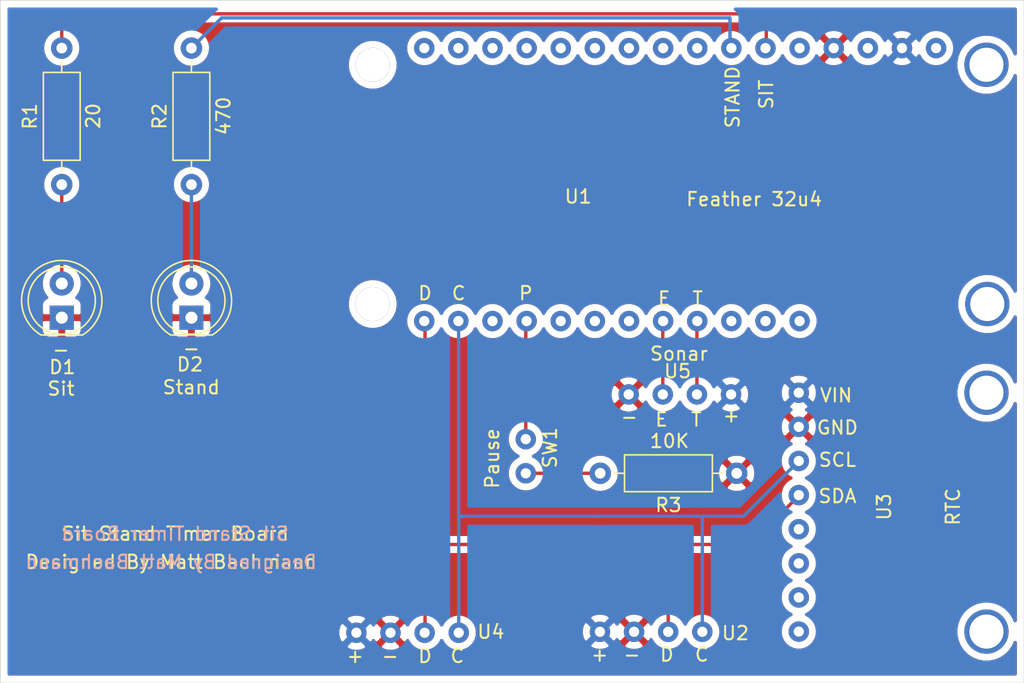
<source format=kicad_pcb>
(kicad_pcb (version 20171130) (host pcbnew "(5.1.9-0-10_14)")

  (general
    (thickness 1.6)
    (drawings 42)
    (tracks 35)
    (zones 0)
    (modules 11)
    (nets 36)
  )

  (page A4)
  (layers
    (0 F.Cu signal)
    (31 B.Cu signal)
    (32 B.Adhes user)
    (33 F.Adhes user)
    (34 B.Paste user)
    (35 F.Paste user)
    (36 B.SilkS user)
    (37 F.SilkS user)
    (38 B.Mask user)
    (39 F.Mask user)
    (40 Dwgs.User user)
    (41 Cmts.User user)
    (42 Eco1.User user)
    (43 Eco2.User user)
    (44 Edge.Cuts user)
    (45 Margin user)
    (46 B.CrtYd user)
    (47 F.CrtYd user)
    (48 B.Fab user)
    (49 F.Fab user)
  )

  (setup
    (last_trace_width 0.25)
    (trace_clearance 0.2)
    (zone_clearance 0.508)
    (zone_45_only no)
    (trace_min 0.2)
    (via_size 0.8)
    (via_drill 0.4)
    (via_min_size 0.4)
    (via_min_drill 0.3)
    (uvia_size 0.3)
    (uvia_drill 0.1)
    (uvias_allowed no)
    (uvia_min_size 0.2)
    (uvia_min_drill 0.1)
    (edge_width 0.05)
    (segment_width 0.2)
    (pcb_text_width 0.3)
    (pcb_text_size 1.5 1.5)
    (mod_edge_width 0.12)
    (mod_text_size 1 1)
    (mod_text_width 0.15)
    (pad_size 1.524 1.524)
    (pad_drill 0.762)
    (pad_to_mask_clearance 0)
    (aux_axis_origin 0 0)
    (visible_elements FFFFFF7F)
    (pcbplotparams
      (layerselection 0x010fc_ffffffff)
      (usegerberextensions false)
      (usegerberattributes true)
      (usegerberadvancedattributes true)
      (creategerberjobfile true)
      (excludeedgelayer true)
      (linewidth 0.100000)
      (plotframeref false)
      (viasonmask false)
      (mode 1)
      (useauxorigin false)
      (hpglpennumber 1)
      (hpglpenspeed 20)
      (hpglpendiameter 15.000000)
      (psnegative false)
      (psa4output false)
      (plotreference true)
      (plotvalue true)
      (plotinvisibletext false)
      (padsonsilk false)
      (subtractmaskfromsilk false)
      (outputformat 1)
      (mirror false)
      (drillshape 1)
      (scaleselection 1)
      (outputdirectory ""))
  )

  (net 0 "")
  (net 1 "Net-(D1-Pad2)")
  (net 2 GND)
  (net 3 "Net-(D2-Pad2)")
  (net 4 "Net-(R1-Pad2)")
  (net 5 "Net-(R2-Pad2)")
  (net 6 "Net-(R3-Pad2)")
  (net 7 "Net-(SW1-Pad3)")
  (net 8 "Net-(U1-PadRST)")
  (net 9 +3V3)
  (net 10 "Net-(U1-PadAREF)")
  (net 11 "Net-(U1-PadA0)")
  (net 12 "Net-(U1-PadA3)")
  (net 13 "Net-(U1-PadA4)")
  (net 14 "Net-(U1-PadA5)")
  (net 15 "Net-(U1-PadSCK)")
  (net 16 "Net-(U1-PadMOSI)")
  (net 17 "Net-(U1-PadMISO)")
  (net 18 "Net-(U1-Pad0)")
  (net 19 "Net-(U1-Pad1)")
  (net 20 "Net-(U1-PadGND2)")
  (net 21 "Net-(U1-Pad2)")
  (net 22 "Net-(U1-Pad3)")
  (net 23 "Net-(U1-Pad5)")
  (net 24 "Net-(U1-Pad9)")
  (net 25 "Net-(U1-Pad10)")
  (net 26 "Net-(U1-Pad11)")
  (net 27 "Net-(U1-Pad12)")
  (net 28 "Net-(U1-Pad13)")
  (net 29 "Net-(U1-PadVBUS)")
  (net 30 "Net-(U1-PadEN)")
  (net 31 "Net-(U1-PadVBAT)")
  (net 32 "Net-(U3-Pad~RST)")
  (net 33 "Net-(U3-PadSQW)")
  (net 34 "Net-(U3-Pad32K)")
  (net 35 "Net-(U3-PadBAT)")

  (net_class Default "This is the default net class."
    (clearance 0.2)
    (trace_width 0.25)
    (via_dia 0.8)
    (via_drill 0.4)
    (uvia_dia 0.3)
    (uvia_drill 0.1)
    (add_net +3V3)
    (add_net GND)
    (add_net "Net-(D1-Pad2)")
    (add_net "Net-(D2-Pad2)")
    (add_net "Net-(R1-Pad2)")
    (add_net "Net-(R2-Pad2)")
    (add_net "Net-(R3-Pad2)")
    (add_net "Net-(SW1-Pad3)")
    (add_net "Net-(U1-Pad0)")
    (add_net "Net-(U1-Pad1)")
    (add_net "Net-(U1-Pad10)")
    (add_net "Net-(U1-Pad11)")
    (add_net "Net-(U1-Pad12)")
    (add_net "Net-(U1-Pad13)")
    (add_net "Net-(U1-Pad2)")
    (add_net "Net-(U1-Pad3)")
    (add_net "Net-(U1-Pad5)")
    (add_net "Net-(U1-Pad9)")
    (add_net "Net-(U1-PadA0)")
    (add_net "Net-(U1-PadA3)")
    (add_net "Net-(U1-PadA4)")
    (add_net "Net-(U1-PadA5)")
    (add_net "Net-(U1-PadAREF)")
    (add_net "Net-(U1-PadEN)")
    (add_net "Net-(U1-PadGND2)")
    (add_net "Net-(U1-PadMISO)")
    (add_net "Net-(U1-PadMOSI)")
    (add_net "Net-(U1-PadRST)")
    (add_net "Net-(U1-PadSCK)")
    (add_net "Net-(U1-PadVBAT)")
    (add_net "Net-(U1-PadVBUS)")
    (add_net "Net-(U3-Pad32K)")
    (add_net "Net-(U3-PadBAT)")
    (add_net "Net-(U3-PadSQW)")
    (add_net "Net-(U3-Pad~RST)")
  )

  (module sitstandtimercircuit:Feather (layer F.Cu) (tedit 603C171C) (tstamp 603C88F4)
    (at 253.55296 50.8 180)
    (path /603ADD31)
    (fp_text reference U1 (at 30.45296 8) (layer F.SilkS)
      (effects (font (size 1 1) (thickness 0.15)))
    )
    (fp_text value Feather32u4 (at 17.78 7.8) (layer F.Fab)
      (effects (font (size 1 1) (thickness 0.15)))
    )
    (fp_line (start -2.54 -2.54) (end 48.2854 -2.54) (layer F.CrtYd) (width 0.12))
    (fp_line (start 48.2854 -2.54) (end 48.2854 20.3454) (layer F.CrtYd) (width 0.12))
    (fp_line (start 48.2854 20.3454) (end -2.5146 20.3454) (layer F.CrtYd) (width 0.12))
    (fp_line (start -2.5146 20.3454) (end -2.54 -2.54) (layer F.CrtYd) (width 0.12))
    (pad RST thru_hole circle (at 3.81 19.05 180) (size 1.524 1.524) (drill 0.762) (layers *.Cu *.Mask)
      (net 8 "Net-(U1-PadRST)"))
    (pad +3V3 thru_hole circle (at 6.35 19.05 180) (size 1.524 1.524) (drill 0.762) (layers *.Cu *.Mask)
      (net 9 +3V3))
    (pad AREF thru_hole circle (at 8.89 19.05 180) (size 1.524 1.524) (drill 0.762) (layers *.Cu *.Mask)
      (net 10 "Net-(U1-PadAREF)"))
    (pad GND thru_hole circle (at 11.43 19.05 180) (size 1.524 1.524) (drill 0.762) (layers *.Cu *.Mask)
      (net 2 GND))
    (pad A0 thru_hole circle (at 13.97 19.05 180) (size 1.524 1.524) (drill 0.762) (layers *.Cu *.Mask)
      (net 11 "Net-(U1-PadA0)"))
    (pad A1 thru_hole circle (at 16.51 19.05 180) (size 1.524 1.524) (drill 0.762) (layers *.Cu *.Mask)
      (net 4 "Net-(R1-Pad2)"))
    (pad A2 thru_hole circle (at 19.05 19.05 180) (size 1.524 1.524) (drill 0.762) (layers *.Cu *.Mask)
      (net 5 "Net-(R2-Pad2)"))
    (pad A3 thru_hole circle (at 21.59 19.05 180) (size 1.524 1.524) (drill 0.762) (layers *.Cu *.Mask)
      (net 12 "Net-(U1-PadA3)"))
    (pad A4 thru_hole circle (at 24.13 19.05 180) (size 1.524 1.524) (drill 0.762) (layers *.Cu *.Mask)
      (net 13 "Net-(U1-PadA4)"))
    (pad A5 thru_hole circle (at 26.67 19.05 180) (size 1.524 1.524) (drill 0.762) (layers *.Cu *.Mask)
      (net 14 "Net-(U1-PadA5)"))
    (pad SCK thru_hole circle (at 29.21 19.05 180) (size 1.524 1.524) (drill 0.762) (layers *.Cu *.Mask)
      (net 15 "Net-(U1-PadSCK)"))
    (pad MOSI thru_hole circle (at 31.75 19.05 180) (size 1.524 1.524) (drill 0.762) (layers *.Cu *.Mask)
      (net 16 "Net-(U1-PadMOSI)"))
    (pad MISO thru_hole circle (at 34.29 19.05 180) (size 1.524 1.524) (drill 0.762) (layers *.Cu *.Mask)
      (net 17 "Net-(U1-PadMISO)"))
    (pad 0 thru_hole circle (at 36.83 19.05 180) (size 1.524 1.524) (drill 0.762) (layers *.Cu *.Mask)
      (net 18 "Net-(U1-Pad0)"))
    (pad 1 thru_hole circle (at 39.37 19.05 180) (size 1.524 1.524) (drill 0.762) (layers *.Cu *.Mask)
      (net 19 "Net-(U1-Pad1)"))
    (pad GND2 thru_hole circle (at 41.91 19.05 180) (size 1.524 1.524) (drill 0.762) (layers *.Cu *.Mask)
      (net 20 "Net-(U1-PadGND2)"))
    (pad 2 thru_hole circle (at 41.91 -1.27 180) (size 1.524 1.524) (drill 0.762) (layers *.Cu *.Mask)
      (net 21 "Net-(U1-Pad2)"))
    (pad 3 thru_hole circle (at 39.37 -1.27 180) (size 1.524 1.524) (drill 0.762) (layers *.Cu *.Mask)
      (net 22 "Net-(U1-Pad3)"))
    (pad 5 thru_hole circle (at 36.83 -1.27 180) (size 1.524 1.524) (drill 0.762) (layers *.Cu *.Mask)
      (net 23 "Net-(U1-Pad5)"))
    (pad 6 thru_hole circle (at 34.29 -1.27 180) (size 1.524 1.524) (drill 0.762) (layers *.Cu *.Mask)
      (net 7 "Net-(SW1-Pad3)"))
    (pad 9 thru_hole circle (at 31.75 -1.27 180) (size 1.524 1.524) (drill 0.762) (layers *.Cu *.Mask)
      (net 24 "Net-(U1-Pad9)"))
    (pad 10 thru_hole circle (at 29.21 -1.27 180) (size 1.524 1.524) (drill 0.762) (layers *.Cu *.Mask)
      (net 25 "Net-(U1-Pad10)"))
    (pad 11 thru_hole circle (at 26.67 -1.27 180) (size 1.524 1.524) (drill 0.762) (layers *.Cu *.Mask)
      (net 26 "Net-(U1-Pad11)"))
    (pad 12 thru_hole circle (at 24.13 -1.27 180) (size 1.524 1.524) (drill 0.762) (layers *.Cu *.Mask)
      (net 27 "Net-(U1-Pad12)"))
    (pad 13 thru_hole circle (at 21.59 -1.27 180) (size 1.524 1.524) (drill 0.762) (layers *.Cu *.Mask)
      (net 28 "Net-(U1-Pad13)"))
    (pad VBUS thru_hole circle (at 19.05 -1.27 180) (size 1.524 1.524) (drill 0.762) (layers *.Cu *.Mask)
      (net 29 "Net-(U1-PadVBUS)"))
    (pad EN thru_hole circle (at 16.51 -1.27 180) (size 1.524 1.524) (drill 0.762) (layers *.Cu *.Mask)
      (net 30 "Net-(U1-PadEN)"))
    (pad VBAT thru_hole circle (at 13.97 -1.27 180) (size 1.524 1.524) (drill 0.762) (layers *.Cu *.Mask)
      (net 31 "Net-(U1-PadVBAT)"))
    (pad "" thru_hole circle (at 0.06096 17.81048 180) (size 3.302 3.302) (drill 2.54) (layers *.Cu *.Mask))
    (pad "" thru_hole circle (at 0 0 180) (size 3.302 3.302) (drill 2.54) (layers *.Cu *.Mask))
    (pad "" thru_hole circle (at 45.7454 17.8054 180) (size 2.54 2.54) (drill 2.54) (layers *.Cu *.Mask))
    (pad "" thru_hole circle (at 45.7454 0 180) (size 2.54 2.54) (drill 2.54) (layers *.Cu *.Mask))
  )

  (module sitstandtimercircuit:sonar (layer F.Cu) (tedit 603AC2D5) (tstamp 603C20E3)
    (at 230.67 58.8 180)
    (path /603B8F94)
    (fp_text reference U5 (at 0.17 3 180) (layer F.SilkS)
      (effects (font (size 1 1) (thickness 0.15)))
    )
    (fp_text value Sonar-rcwl-1601 (at 0 -0.5) (layer F.Fab)
      (effects (font (size 1 1) (thickness 0.15)))
    )
    (fp_line (start 5.08 -1.27) (end -5.08 -1.27) (layer F.CrtYd) (width 0.12))
    (fp_line (start 5.08 5.08) (end 5.08 -1.27) (layer F.CrtYd) (width 0.12))
    (fp_line (start -5.08 5.08) (end 5.08 5.08) (layer F.CrtYd) (width 0.12))
    (fp_line (start -5.08 -1.27) (end -5.08 5.08) (layer F.CrtYd) (width 0.12))
    (pad GND thru_hole circle (at 3.81 1.27 180) (size 1.524 1.524) (drill 0.762) (layers *.Cu *.Mask)
      (net 2 GND))
    (pad ECHO thru_hole circle (at 1.27 1.27 180) (size 1.524 1.524) (drill 0.762) (layers *.Cu *.Mask)
      (net 27 "Net-(U1-Pad12)"))
    (pad TRIG thru_hole circle (at -1.27 1.27 180) (size 1.524 1.524) (drill 0.762) (layers *.Cu *.Mask)
      (net 28 "Net-(U1-Pad13)"))
    (pad VCC thru_hole circle (at -3.81 1.27 180) (size 1.524 1.524) (drill 0.762) (layers *.Cu *.Mask)
      (net 9 +3V3))
  )

  (module sitstandtimercircuit:7segmentbackpack (layer F.Cu) (tedit 603AC239) (tstamp 603C19AA)
    (at 210.4 74)
    (path /603AC37D)
    (fp_text reference U4 (at 6.2 1.2) (layer F.SilkS)
      (effects (font (size 1 1) (thickness 0.15)))
    )
    (fp_text value .56-7segment-backpack (at 0 2.54) (layer F.Fab)
      (effects (font (size 1 1) (thickness 0.15)))
    )
    (fp_line (start 7.62 -2.54) (end -7.62 -2.54) (layer F.CrtYd) (width 0.12))
    (fp_line (start 7.62 3.81) (end 7.62 -2.54) (layer F.CrtYd) (width 0.12))
    (fp_line (start -7.62 3.81) (end 7.62 3.81) (layer F.CrtYd) (width 0.12))
    (fp_line (start -7.62 -2.54) (end -7.62 3.81) (layer F.CrtYd) (width 0.12))
    (pad C thru_hole circle (at 3.81 1.27) (size 1.524 1.524) (drill 0.762) (layers *.Cu *.Mask)
      (net 22 "Net-(U1-Pad3)"))
    (pad D thru_hole circle (at 1.27 1.27) (size 1.524 1.524) (drill 0.762) (layers *.Cu *.Mask)
      (net 21 "Net-(U1-Pad2)"))
    (pad - thru_hole circle (at -1.27 1.27) (size 1.524 1.524) (drill 0.762) (layers *.Cu *.Mask)
      (net 2 GND))
    (pad + thru_hole circle (at -3.81 1.27) (size 1.524 1.524) (drill 0.762) (layers *.Cu *.Mask)
      (net 9 +3V3))
  )

  (module sitstandtimercircuit:RTC (layer F.Cu) (tedit 603AC285) (tstamp 603B228F)
    (at 245.872 65.024 270)
    (path /603ACDFB)
    (fp_text reference U3 (at 0.876 0 90) (layer F.SilkS)
      (effects (font (size 1 1) (thickness 0.15)))
    )
    (fp_text value DS3231 (at 1.209999 -1.200001 90) (layer F.Fab)
      (effects (font (size 1 1) (thickness 0.15)))
    )
    (fp_line (start -10.16 7.62) (end -10.16 -10.16) (layer F.CrtYd) (width 0.12))
    (fp_line (start 12.7 7.62) (end -10.16 7.62) (layer F.CrtYd) (width 0.12))
    (fp_line (start 12.7 -10.16) (end 12.7 7.62) (layer F.CrtYd) (width 0.12))
    (fp_line (start -10.16 -10.16) (end 12.7 -10.16) (layer F.CrtYd) (width 0.12))
    (pad "" thru_hole circle (at -7.62 -7.62 270) (size 3.302 3.302) (drill 2.54) (layers *.Cu *.Mask))
    (pad "" thru_hole circle (at 10.16 -7.62 270) (size 3.302 3.302) (drill 2.54) (layers *.Cu *.Mask))
    (pad ~RST thru_hole circle (at 10.16 6.35 270) (size 1.524 1.524) (drill 0.762) (layers *.Cu *.Mask)
      (net 32 "Net-(U3-Pad~RST)"))
    (pad SQW thru_hole circle (at 7.62 6.35 270) (size 1.524 1.524) (drill 0.762) (layers *.Cu *.Mask)
      (net 33 "Net-(U3-PadSQW)"))
    (pad 32K thru_hole circle (at 5.08 6.35 270) (size 1.524 1.524) (drill 0.762) (layers *.Cu *.Mask)
      (net 34 "Net-(U3-Pad32K)"))
    (pad BAT thru_hole circle (at 2.54 6.35 270) (size 1.524 1.524) (drill 0.762) (layers *.Cu *.Mask)
      (net 35 "Net-(U3-PadBAT)"))
    (pad SDA thru_hole circle (at 0 6.35 270) (size 1.524 1.524) (drill 0.762) (layers *.Cu *.Mask)
      (net 21 "Net-(U1-Pad2)"))
    (pad SCL thru_hole circle (at -2.54 6.35 270) (size 1.524 1.524) (drill 0.762) (layers *.Cu *.Mask)
      (net 22 "Net-(U1-Pad3)"))
    (pad GND thru_hole circle (at -5.08 6.35 270) (size 1.524 1.524) (drill 0.762) (layers *.Cu *.Mask)
      (net 2 GND))
    (pad VIN thru_hole circle (at -7.62 6.35 270) (size 1.524 1.524) (drill 0.762) (layers *.Cu *.Mask)
      (net 9 +3V3))
  )

  (module sitstandtimercircuit:7segmentbackpack (layer F.Cu) (tedit 603AC239) (tstamp 603B1BE6)
    (at 228.53 73.93)
    (path /603A9EDB)
    (fp_text reference U2 (at 6.27 1.37) (layer F.SilkS)
      (effects (font (size 1 1) (thickness 0.15)))
    )
    (fp_text value .56-7segment-backpack (at 0 2.54 180) (layer F.Fab)
      (effects (font (size 1 1) (thickness 0.15)))
    )
    (fp_line (start 7.62 -2.54) (end -7.62 -2.54) (layer F.CrtYd) (width 0.12))
    (fp_line (start 7.62 3.81) (end 7.62 -2.54) (layer F.CrtYd) (width 0.12))
    (fp_line (start -7.62 3.81) (end 7.62 3.81) (layer F.CrtYd) (width 0.12))
    (fp_line (start -7.62 -2.54) (end -7.62 3.81) (layer F.CrtYd) (width 0.12))
    (pad C thru_hole circle (at 3.81 1.27) (size 1.524 1.524) (drill 0.762) (layers *.Cu *.Mask)
      (net 22 "Net-(U1-Pad3)"))
    (pad D thru_hole circle (at 1.27 1.27) (size 1.524 1.524) (drill 0.762) (layers *.Cu *.Mask)
      (net 21 "Net-(U1-Pad2)"))
    (pad - thru_hole circle (at -1.27 1.27) (size 1.524 1.524) (drill 0.762) (layers *.Cu *.Mask)
      (net 2 GND))
    (pad + thru_hole circle (at -3.81 1.27) (size 1.524 1.524) (drill 0.762) (layers *.Cu *.Mask)
      (net 9 +3V3))
  )

  (module sitstandtimercircuit:button (layer F.Cu) (tedit 603AC2A0) (tstamp 603B1BB2)
    (at 220.47 62.13 90)
    (path /603B4C8C)
    (fp_text reference SW1 (at 0.63 0.53 90) (layer F.SilkS)
      (effects (font (size 1 1) (thickness 0.15)))
    )
    (fp_text value SW_Push_SPDT (at 0 -3.81 90) (layer F.Fab)
      (effects (font (size 1 1) (thickness 0.15)))
    )
    (fp_line (start 2.54 -5.08) (end -2.54 -5.08) (layer F.CrtYd) (width 0.12))
    (fp_line (start 2.54 1.27) (end 2.54 -5.08) (layer F.CrtYd) (width 0.12))
    (fp_line (start -2.54 1.27) (end 2.54 1.27) (layer F.CrtYd) (width 0.12))
    (fp_line (start -2.54 -5.08) (end -2.54 1.27) (layer F.CrtYd) (width 0.12))
    (pad 3 thru_hole circle (at 1.27 -1.27 90) (size 1.524 1.524) (drill 0.762) (layers *.Cu *.Mask)
      (net 7 "Net-(SW1-Pad3)"))
    (pad 2 thru_hole circle (at -1.27 -1.27 90) (size 1.524 1.524) (drill 0.762) (layers *.Cu *.Mask)
      (net 6 "Net-(R3-Pad2)"))
  )

  (module Resistor_THT:R_Axial_DIN0207_L6.3mm_D2.5mm_P10.16mm_Horizontal (layer F.Cu) (tedit 5AE5139B) (tstamp 603C1ECF)
    (at 234.9 63.4 180)
    (descr "Resistor, Axial_DIN0207 series, Axial, Horizontal, pin pitch=10.16mm, 0.25W = 1/4W, length*diameter=6.3*2.5mm^2, http://cdn-reichelt.de/documents/datenblatt/B400/1_4W%23YAG.pdf")
    (tags "Resistor Axial_DIN0207 series Axial Horizontal pin pitch 10.16mm 0.25W = 1/4W length 6.3mm diameter 2.5mm")
    (path /603B680A)
    (fp_text reference R3 (at 5.08 -2.37) (layer F.SilkS)
      (effects (font (size 1 1) (thickness 0.15)))
    )
    (fp_text value 10k (at 5.08 2.37) (layer F.Fab)
      (effects (font (size 1 1) (thickness 0.15)))
    )
    (fp_line (start 1.93 -1.25) (end 1.93 1.25) (layer F.Fab) (width 0.1))
    (fp_line (start 1.93 1.25) (end 8.23 1.25) (layer F.Fab) (width 0.1))
    (fp_line (start 8.23 1.25) (end 8.23 -1.25) (layer F.Fab) (width 0.1))
    (fp_line (start 8.23 -1.25) (end 1.93 -1.25) (layer F.Fab) (width 0.1))
    (fp_line (start 0 0) (end 1.93 0) (layer F.Fab) (width 0.1))
    (fp_line (start 10.16 0) (end 8.23 0) (layer F.Fab) (width 0.1))
    (fp_line (start 1.81 -1.37) (end 1.81 1.37) (layer F.SilkS) (width 0.12))
    (fp_line (start 1.81 1.37) (end 8.35 1.37) (layer F.SilkS) (width 0.12))
    (fp_line (start 8.35 1.37) (end 8.35 -1.37) (layer F.SilkS) (width 0.12))
    (fp_line (start 8.35 -1.37) (end 1.81 -1.37) (layer F.SilkS) (width 0.12))
    (fp_line (start 1.04 0) (end 1.81 0) (layer F.SilkS) (width 0.12))
    (fp_line (start 9.12 0) (end 8.35 0) (layer F.SilkS) (width 0.12))
    (fp_line (start -1.05 -1.5) (end -1.05 1.5) (layer F.CrtYd) (width 0.05))
    (fp_line (start -1.05 1.5) (end 11.21 1.5) (layer F.CrtYd) (width 0.05))
    (fp_line (start 11.21 1.5) (end 11.21 -1.5) (layer F.CrtYd) (width 0.05))
    (fp_line (start 11.21 -1.5) (end -1.05 -1.5) (layer F.CrtYd) (width 0.05))
    (fp_text user %R (at 5.08 0) (layer F.Fab)
      (effects (font (size 1 1) (thickness 0.15)))
    )
    (pad 2 thru_hole oval (at 10.16 0 180) (size 1.6 1.6) (drill 0.8) (layers *.Cu *.Mask)
      (net 6 "Net-(R3-Pad2)"))
    (pad 1 thru_hole circle (at 0 0 180) (size 1.6 1.6) (drill 0.8) (layers *.Cu *.Mask)
      (net 2 GND))
    (model ${KISYS3DMOD}/Resistor_THT.3dshapes/R_Axial_DIN0207_L6.3mm_D2.5mm_P10.16mm_Horizontal.wrl
      (at (xyz 0 0 0))
      (scale (xyz 1 1 1))
      (rotate (xyz 0 0 0))
    )
  )

  (module Resistor_THT:R_Axial_DIN0207_L6.3mm_D2.5mm_P10.16mm_Horizontal (layer F.Cu) (tedit 5AE5139B) (tstamp 603CAA9B)
    (at 184.658 41.91 90)
    (descr "Resistor, Axial_DIN0207 series, Axial, Horizontal, pin pitch=10.16mm, 0.25W = 1/4W, length*diameter=6.3*2.5mm^2, http://cdn-reichelt.de/documents/datenblatt/B400/1_4W%23YAG.pdf")
    (tags "Resistor Axial_DIN0207 series Axial Horizontal pin pitch 10.16mm 0.25W = 1/4W length 6.3mm diameter 2.5mm")
    (path /603B6F10)
    (fp_text reference R1 (at 5.08 -2.37 90) (layer F.SilkS)
      (effects (font (size 1 1) (thickness 0.15)))
    )
    (fp_text value 20 (at 5.08 2.37 90) (layer F.Fab)
      (effects (font (size 1 1) (thickness 0.15)))
    )
    (fp_line (start 1.93 -1.25) (end 1.93 1.25) (layer F.Fab) (width 0.1))
    (fp_line (start 1.93 1.25) (end 8.23 1.25) (layer F.Fab) (width 0.1))
    (fp_line (start 8.23 1.25) (end 8.23 -1.25) (layer F.Fab) (width 0.1))
    (fp_line (start 8.23 -1.25) (end 1.93 -1.25) (layer F.Fab) (width 0.1))
    (fp_line (start 0 0) (end 1.93 0) (layer F.Fab) (width 0.1))
    (fp_line (start 10.16 0) (end 8.23 0) (layer F.Fab) (width 0.1))
    (fp_line (start 1.81 -1.37) (end 1.81 1.37) (layer F.SilkS) (width 0.12))
    (fp_line (start 1.81 1.37) (end 8.35 1.37) (layer F.SilkS) (width 0.12))
    (fp_line (start 8.35 1.37) (end 8.35 -1.37) (layer F.SilkS) (width 0.12))
    (fp_line (start 8.35 -1.37) (end 1.81 -1.37) (layer F.SilkS) (width 0.12))
    (fp_line (start 1.04 0) (end 1.81 0) (layer F.SilkS) (width 0.12))
    (fp_line (start 9.12 0) (end 8.35 0) (layer F.SilkS) (width 0.12))
    (fp_line (start -1.05 -1.5) (end -1.05 1.5) (layer F.CrtYd) (width 0.05))
    (fp_line (start -1.05 1.5) (end 11.21 1.5) (layer F.CrtYd) (width 0.05))
    (fp_line (start 11.21 1.5) (end 11.21 -1.5) (layer F.CrtYd) (width 0.05))
    (fp_line (start 11.21 -1.5) (end -1.05 -1.5) (layer F.CrtYd) (width 0.05))
    (fp_text user %R (at 5.08 0 90) (layer F.Fab)
      (effects (font (size 1 1) (thickness 0.15)))
    )
    (pad 2 thru_hole oval (at 10.16 0 90) (size 1.6 1.6) (drill 0.8) (layers *.Cu *.Mask)
      (net 4 "Net-(R1-Pad2)"))
    (pad 1 thru_hole circle (at 0 0 90) (size 1.6 1.6) (drill 0.8) (layers *.Cu *.Mask)
      (net 1 "Net-(D1-Pad2)"))
    (model ${KISYS3DMOD}/Resistor_THT.3dshapes/R_Axial_DIN0207_L6.3mm_D2.5mm_P10.16mm_Horizontal.wrl
      (at (xyz 0 0 0))
      (scale (xyz 1 1 1))
      (rotate (xyz 0 0 0))
    )
  )

  (module Resistor_THT:R_Axial_DIN0207_L6.3mm_D2.5mm_P10.16mm_Horizontal (layer F.Cu) (tedit 5AE5139B) (tstamp 603CAA59)
    (at 194.31 41.91 90)
    (descr "Resistor, Axial_DIN0207 series, Axial, Horizontal, pin pitch=10.16mm, 0.25W = 1/4W, length*diameter=6.3*2.5mm^2, http://cdn-reichelt.de/documents/datenblatt/B400/1_4W%23YAG.pdf")
    (tags "Resistor Axial_DIN0207 series Axial Horizontal pin pitch 10.16mm 0.25W = 1/4W length 6.3mm diameter 2.5mm")
    (path /603B5CCD)
    (fp_text reference R2 (at 5.08 -2.37 90) (layer F.SilkS)
      (effects (font (size 1 1) (thickness 0.15)))
    )
    (fp_text value 470 (at 5.08 2.37 90) (layer F.Fab)
      (effects (font (size 1 1) (thickness 0.15)))
    )
    (fp_line (start 1.93 -1.25) (end 1.93 1.25) (layer F.Fab) (width 0.1))
    (fp_line (start 1.93 1.25) (end 8.23 1.25) (layer F.Fab) (width 0.1))
    (fp_line (start 8.23 1.25) (end 8.23 -1.25) (layer F.Fab) (width 0.1))
    (fp_line (start 8.23 -1.25) (end 1.93 -1.25) (layer F.Fab) (width 0.1))
    (fp_line (start 0 0) (end 1.93 0) (layer F.Fab) (width 0.1))
    (fp_line (start 10.16 0) (end 8.23 0) (layer F.Fab) (width 0.1))
    (fp_line (start 1.81 -1.37) (end 1.81 1.37) (layer F.SilkS) (width 0.12))
    (fp_line (start 1.81 1.37) (end 8.35 1.37) (layer F.SilkS) (width 0.12))
    (fp_line (start 8.35 1.37) (end 8.35 -1.37) (layer F.SilkS) (width 0.12))
    (fp_line (start 8.35 -1.37) (end 1.81 -1.37) (layer F.SilkS) (width 0.12))
    (fp_line (start 1.04 0) (end 1.81 0) (layer F.SilkS) (width 0.12))
    (fp_line (start 9.12 0) (end 8.35 0) (layer F.SilkS) (width 0.12))
    (fp_line (start -1.05 -1.5) (end -1.05 1.5) (layer F.CrtYd) (width 0.05))
    (fp_line (start -1.05 1.5) (end 11.21 1.5) (layer F.CrtYd) (width 0.05))
    (fp_line (start 11.21 1.5) (end 11.21 -1.5) (layer F.CrtYd) (width 0.05))
    (fp_line (start 11.21 -1.5) (end -1.05 -1.5) (layer F.CrtYd) (width 0.05))
    (fp_text user %R (at 5.08 0 90) (layer F.Fab)
      (effects (font (size 1 1) (thickness 0.15)))
    )
    (pad 2 thru_hole oval (at 10.16 0 90) (size 1.6 1.6) (drill 0.8) (layers *.Cu *.Mask)
      (net 5 "Net-(R2-Pad2)"))
    (pad 1 thru_hole circle (at 0 0 90) (size 1.6 1.6) (drill 0.8) (layers *.Cu *.Mask)
      (net 3 "Net-(D2-Pad2)"))
    (model ${KISYS3DMOD}/Resistor_THT.3dshapes/R_Axial_DIN0207_L6.3mm_D2.5mm_P10.16mm_Horizontal.wrl
      (at (xyz 0 0 0))
      (scale (xyz 1 1 1))
      (rotate (xyz 0 0 0))
    )
  )

  (module LED_THT:LED_D5.0mm (layer F.Cu) (tedit 5995936A) (tstamp 603CAA21)
    (at 194.31 51.816 90)
    (descr "LED, diameter 5.0mm, 2 pins, http://cdn-reichelt.de/documents/datenblatt/A500/LL-504BC2E-009.pdf")
    (tags "LED diameter 5.0mm 2 pins")
    (path /603AF248)
    (fp_text reference D2 (at -3.484 -0.11 180) (layer F.SilkS)
      (effects (font (size 1 1) (thickness 0.15)))
    )
    (fp_text value LED (at 1.27 3.96 90) (layer F.Fab)
      (effects (font (size 1 1) (thickness 0.15)))
    )
    (fp_circle (center 1.27 0) (end 3.77 0) (layer F.Fab) (width 0.1))
    (fp_circle (center 1.27 0) (end 3.77 0) (layer F.SilkS) (width 0.12))
    (fp_line (start -1.23 -1.469694) (end -1.23 1.469694) (layer F.Fab) (width 0.1))
    (fp_line (start -1.29 -1.545) (end -1.29 1.545) (layer F.SilkS) (width 0.12))
    (fp_line (start -1.95 -3.25) (end -1.95 3.25) (layer F.CrtYd) (width 0.05))
    (fp_line (start -1.95 3.25) (end 4.5 3.25) (layer F.CrtYd) (width 0.05))
    (fp_line (start 4.5 3.25) (end 4.5 -3.25) (layer F.CrtYd) (width 0.05))
    (fp_line (start 4.5 -3.25) (end -1.95 -3.25) (layer F.CrtYd) (width 0.05))
    (fp_text user %R (at 1.25 0 90) (layer F.Fab)
      (effects (font (size 0.8 0.8) (thickness 0.2)))
    )
    (fp_arc (start 1.27 0) (end -1.29 1.54483) (angle -148.9) (layer F.SilkS) (width 0.12))
    (fp_arc (start 1.27 0) (end -1.29 -1.54483) (angle 148.9) (layer F.SilkS) (width 0.12))
    (fp_arc (start 1.27 0) (end -1.23 -1.469694) (angle 299.1) (layer F.Fab) (width 0.1))
    (pad 2 thru_hole circle (at 2.54 0 90) (size 1.8 1.8) (drill 0.9) (layers *.Cu *.Mask)
      (net 3 "Net-(D2-Pad2)"))
    (pad 1 thru_hole rect (at 0 0 90) (size 1.8 1.8) (drill 0.9) (layers *.Cu *.Mask)
      (net 2 GND))
    (model ${KISYS3DMOD}/LED_THT.3dshapes/LED_D5.0mm.wrl
      (at (xyz 0 0 0))
      (scale (xyz 1 1 1))
      (rotate (xyz 0 0 0))
    )
  )

  (module LED_THT:LED_D5.0mm (layer F.Cu) (tedit 5995936A) (tstamp 603CA9EE)
    (at 184.658 51.816 90)
    (descr "LED, diameter 5.0mm, 2 pins, http://cdn-reichelt.de/documents/datenblatt/A500/LL-504BC2E-009.pdf")
    (tags "LED diameter 5.0mm 2 pins")
    (path /603AFEC7)
    (fp_text reference D1 (at -3.684 0.042 180) (layer F.SilkS)
      (effects (font (size 1 1) (thickness 0.15)))
    )
    (fp_text value LED (at 1.27 3.96 90) (layer F.Fab)
      (effects (font (size 1 1) (thickness 0.15)))
    )
    (fp_circle (center 1.27 0) (end 3.77 0) (layer F.Fab) (width 0.1))
    (fp_circle (center 1.27 0) (end 3.77 0) (layer F.SilkS) (width 0.12))
    (fp_line (start -1.23 -1.469694) (end -1.23 1.469694) (layer F.Fab) (width 0.1))
    (fp_line (start -1.29 -1.545) (end -1.29 1.545) (layer F.SilkS) (width 0.12))
    (fp_line (start -1.95 -3.25) (end -1.95 3.25) (layer F.CrtYd) (width 0.05))
    (fp_line (start -1.95 3.25) (end 4.5 3.25) (layer F.CrtYd) (width 0.05))
    (fp_line (start 4.5 3.25) (end 4.5 -3.25) (layer F.CrtYd) (width 0.05))
    (fp_line (start 4.5 -3.25) (end -1.95 -3.25) (layer F.CrtYd) (width 0.05))
    (fp_text user %R (at 1.25 0) (layer F.Fab)
      (effects (font (size 0.8 0.8) (thickness 0.2)))
    )
    (fp_arc (start 1.27 0) (end -1.29 1.54483) (angle -148.9) (layer F.SilkS) (width 0.12))
    (fp_arc (start 1.27 0) (end -1.29 -1.54483) (angle 148.9) (layer F.SilkS) (width 0.12))
    (fp_arc (start 1.27 0) (end -1.23 -1.469694) (angle 299.1) (layer F.Fab) (width 0.1))
    (pad 2 thru_hole circle (at 2.54 0 90) (size 1.8 1.8) (drill 0.9) (layers *.Cu *.Mask)
      (net 1 "Net-(D1-Pad2)"))
    (pad 1 thru_hole rect (at 0 0 90) (size 1.8 1.8) (drill 0.9) (layers *.Cu *.Mask)
      (net 2 GND))
    (model ${KISYS3DMOD}/LED_THT.3dshapes/LED_D5.0mm.wrl
      (at (xyz 0 0 0))
      (scale (xyz 1 1 1))
      (rotate (xyz 0 0 0))
    )
  )

  (gr_text SIT (at 237.1 35.2 90) (layer F.SilkS)
    (effects (font (size 1 1) (thickness 0.15)))
  )
  (gr_text STAND (at 234.6 35.4 90) (layer F.SilkS)
    (effects (font (size 1 1) (thickness 0.15)))
  )
  (gr_text T (at 232 50.4) (layer F.SilkS)
    (effects (font (size 1 1) (thickness 0.15)))
  )
  (gr_text E (at 229.5 50.4) (layer F.SilkS)
    (effects (font (size 1 1) (thickness 0.15)))
  )
  (gr_text P (at 219.2 50) (layer F.SilkS)
    (effects (font (size 1 1) (thickness 0.15)))
  )
  (gr_text C (at 214.2 50) (layer F.SilkS)
    (effects (font (size 1 1) (thickness 0.15)))
  )
  (gr_text D (at 211.7 50) (layer F.SilkS)
    (effects (font (size 1 1) (thickness 0.15)))
  )
  (gr_text VIN (at 242.3 57.6) (layer F.SilkS)
    (effects (font (size 1 1) (thickness 0.15)))
  )
  (gr_text GND (at 242.4 60) (layer F.SilkS)
    (effects (font (size 1 1) (thickness 0.15)))
  )
  (gr_text - (at 209.1 77) (layer F.SilkS)
    (effects (font (size 1 1) (thickness 0.15)))
  )
  (gr_text - (at 227.1 76.9) (layer F.SilkS)
    (effects (font (size 1 1) (thickness 0.15)))
  )
  (gr_text + (at 206.5 77) (layer F.SilkS)
    (effects (font (size 1 1) (thickness 0.15)))
  )
  (gr_text + (at 224.7 76.9) (layer F.SilkS)
    (effects (font (size 1 1) (thickness 0.15)))
  )
  (gr_text + (at 234.5 59.1) (layer F.SilkS)
    (effects (font (size 1 1) (thickness 0.15)))
  )
  (gr_text - (at 226.9 59.2) (layer F.SilkS)
    (effects (font (size 1 1) (thickness 0.15)))
  )
  (gr_text - (at 194.3 54.1) (layer F.SilkS) (tstamp 603CAAE6)
    (effects (font (size 1 1) (thickness 0.15)))
  )
  (gr_text - (at 184.6 54.2) (layer F.SilkS) (tstamp 603CAACB)
    (effects (font (size 1 1) (thickness 0.15)))
  )
  (gr_text C (at 214.1 77) (layer F.SilkS) (tstamp 603CA237)
    (effects (font (size 1 1) (thickness 0.15)))
  )
  (gr_text C (at 232.3 76.9) (layer F.SilkS)
    (effects (font (size 1 1) (thickness 0.15)))
  )
  (gr_text SDA (at 242.4 65.1) (layer F.SilkS)
    (effects (font (size 1 1) (thickness 0.15)))
  )
  (gr_text SCL (at 242.4 62.4) (layer F.SilkS)
    (effects (font (size 1 1) (thickness 0.15)))
  )
  (gr_text T (at 231.9 59.4) (layer F.SilkS)
    (effects (font (size 1 1) (thickness 0.15)))
  )
  (gr_text E (at 229.3 59.4) (layer F.SilkS)
    (effects (font (size 1 1) (thickness 0.15)))
  )
  (gr_text "Designed By Matt Bachmann" (at 192.8 70) (layer B.SilkS)
    (effects (font (size 1 1) (thickness 0.15)) (justify mirror))
  )
  (gr_text "Sit Stand Timer Board" (at 193.1 67.9) (layer B.SilkS)
    (effects (font (size 1 1) (thickness 0.15)) (justify mirror))
  )
  (gr_text D (at 229.7 76.9) (layer F.SilkS)
    (effects (font (size 1 1) (thickness 0.15)))
  )
  (gr_text D (at 211.7 77) (layer F.SilkS)
    (effects (font (size 1 1) (thickness 0.15)))
  )
  (gr_text "Feather 32u4" (at 236.2 43) (layer F.SilkS)
    (effects (font (size 1 1) (thickness 0.15)))
  )
  (gr_text 10K (at 229.9 61) (layer F.SilkS)
    (effects (font (size 1 1) (thickness 0.15)))
  )
  (gr_text RTC (at 251 65.9 90) (layer F.SilkS)
    (effects (font (size 1 1) (thickness 0.15)))
  )
  (gr_text Pause (at 216.7 62.3 90) (layer F.SilkS)
    (effects (font (size 1 1) (thickness 0.15)))
  )
  (gr_text Sit (at 184.6 57.1) (layer F.SilkS) (tstamp 603CAAD4)
    (effects (font (size 1 1) (thickness 0.15)))
  )
  (gr_text Stand (at 194.3 57) (layer F.SilkS) (tstamp 603CAAD1)
    (effects (font (size 1 1) (thickness 0.15)))
  )
  (gr_text 470 (at 196.7 36.8 90) (layer F.SilkS) (tstamp 603CAACE)
    (effects (font (size 1 1) (thickness 0.15)))
  )
  (gr_text 20 (at 187 36.8 90) (layer F.SilkS) (tstamp 603CAAE3)
    (effects (font (size 1 1) (thickness 0.15)))
  )
  (gr_text Sonar (at 230.6 54.5) (layer F.SilkS)
    (effects (font (size 1 1) (thickness 0.15)))
  )
  (gr_text "Sit Stand Timer Board" (at 193.1 67.9) (layer F.SilkS)
    (effects (font (size 1 1) (thickness 0.15)))
  )
  (gr_text "Designed By Matt Bachmann" (at 192.8 70) (layer F.SilkS)
    (effects (font (size 1 1) (thickness 0.15)))
  )
  (gr_line (start 256.286 78.994) (end 180.086 78.994) (layer Edge.Cuts) (width 0.05) (tstamp 603C1F5B))
  (gr_line (start 256.286 28.194) (end 256.286 78.994) (layer Edge.Cuts) (width 0.05))
  (gr_line (start 180.086 28.194) (end 256.286 28.194) (layer Edge.Cuts) (width 0.05))
  (gr_line (start 180.086 78.994) (end 180.086 28.194) (layer Edge.Cuts) (width 0.05) (tstamp 603CA9DB))

  (segment (start 184.658 49.276) (end 184.658 41.942) (width 0.25) (layer F.Cu) (net 1) (tstamp 603CAAD7))
  (segment (start 194.31 49.276) (end 194.31 42.09) (width 0.25) (layer B.Cu) (net 3) (tstamp 603CAADA))
  (segment (start 184.658 31.75) (end 184.658 29.442) (width 0.25) (layer F.Cu) (net 4) (tstamp 603CAADD))
  (segment (start 184.658 29.442) (end 184.9 29.2) (width 0.25) (layer F.Cu) (net 4))
  (segment (start 184.9 29.2) (end 237.1 29.2) (width 0.25) (layer F.Cu) (net 4))
  (segment (start 237.1 29.2) (end 237.1 31.7) (width 0.25) (layer F.Cu) (net 4))
  (segment (start 194.31 31.75) (end 196.56 29.5) (width 0.25) (layer B.Cu) (net 5) (tstamp 603CAAE0))
  (segment (start 196.56 29.5) (end 234.4 29.5) (width 0.25) (layer B.Cu) (net 5))
  (segment (start 234.4 29.5) (end 234.4 31.6) (width 0.25) (layer B.Cu) (net 5))
  (segment (start 219.2 63.4) (end 224.7 63.4) (width 0.25) (layer F.Cu) (net 6))
  (segment (start 219.2 60.86) (end 219.2 52.2) (width 0.25) (layer F.Cu) (net 7))
  (segment (start 211.7 75.27) (end 211.7 68.57) (width 0.25) (layer F.Cu) (net 21))
  (segment (start 211.7 69) (end 211.7 52.6) (width 0.25) (layer F.Cu) (net 21))
  (segment (start 229.8 68.7) (end 229.8 73.3) (width 0.25) (layer F.Cu) (net 21))
  (segment (start 211.7 68.7) (end 229.8 68.7) (width 0.25) (layer F.Cu) (net 21))
  (segment (start 229.8 73.3) (end 229.8 72.9) (width 0.25) (layer F.Cu) (net 21))
  (segment (start 229.8 75.2) (end 229.8 73.3) (width 0.25) (layer F.Cu) (net 21))
  (segment (start 237 67.6) (end 239.5 65.1) (width 0.25) (layer F.Cu) (net 21))
  (segment (start 235.9 68.7) (end 237 67.6) (width 0.25) (layer F.Cu) (net 21))
  (segment (start 229.8 68.7) (end 235.9 68.7) (width 0.25) (layer F.Cu) (net 21))
  (segment (start 214.2 66.6) (end 214.2 52) (width 0.25) (layer B.Cu) (net 22))
  (segment (start 224.66 66.6) (end 214.2 66.6) (width 0.25) (layer B.Cu) (net 22))
  (segment (start 224.68 66.62) (end 224.66 66.6) (width 0.25) (layer B.Cu) (net 22))
  (segment (start 239.522 62.484) (end 235.406 66.6) (width 0.25) (layer B.Cu) (net 22))
  (segment (start 224.7 66.6) (end 224.68 66.62) (width 0.25) (layer B.Cu) (net 22))
  (segment (start 214.21 66.61) (end 214.2 66.6) (width 0.25) (layer B.Cu) (net 22))
  (segment (start 214.21 75.27) (end 214.21 66.61) (width 0.25) (layer B.Cu) (net 22))
  (segment (start 232.34 66.66) (end 232.4 66.6) (width 0.25) (layer B.Cu) (net 22))
  (segment (start 232.34 75.2) (end 232.34 66.66) (width 0.25) (layer B.Cu) (net 22))
  (segment (start 232.4 66.6) (end 224.7 66.6) (width 0.25) (layer B.Cu) (net 22))
  (segment (start 235.406 66.6) (end 232.4 66.6) (width 0.25) (layer B.Cu) (net 22))
  (segment (start 229.4 57.53) (end 229.4 52) (width 0.25) (layer F.Cu) (net 27))
  (segment (start 231.96296 52.07) (end 231.97 52.07) (width 0.25) (layer F.Cu) (net 28))
  (segment (start 231.97 52.07) (end 232 52.1) (width 0.25) (layer F.Cu) (net 28))
  (segment (start 231.94 57.53) (end 231.94 52.16) (width 0.25) (layer F.Cu) (net 28))

  (zone (net 2) (net_name GND) (layer F.Cu) (tstamp 603CAAC8) (hatch edge 0.508)
    (connect_pads (clearance 0.508))
    (min_thickness 0.254)
    (fill yes (arc_segments 32) (thermal_gap 0.508) (thermal_bridge_width 0.508))
    (polygon
      (pts
        (xy 256.286 78.994) (xy 180.086 78.994) (xy 180.086 28.194) (xy 256.286 28.194)
      )
    )
    (filled_polygon
      (pts
        (xy 184.146998 28.878201) (xy 184.118 28.901999) (xy 184.094202 28.930997) (xy 184.094201 28.930998) (xy 184.023026 29.017724)
        (xy 183.952454 29.149754) (xy 183.908998 29.293015) (xy 183.894324 29.442) (xy 183.898001 29.479332) (xy 183.898001 30.531956)
        (xy 183.743241 30.635363) (xy 183.543363 30.835241) (xy 183.38632 31.070273) (xy 183.278147 31.331426) (xy 183.223 31.608665)
        (xy 183.223 31.891335) (xy 183.278147 32.168574) (xy 183.38632 32.429727) (xy 183.543363 32.664759) (xy 183.743241 32.864637)
        (xy 183.978273 33.02168) (xy 184.239426 33.129853) (xy 184.516665 33.185) (xy 184.799335 33.185) (xy 185.076574 33.129853)
        (xy 185.337727 33.02168) (xy 185.572759 32.864637) (xy 185.772637 32.664759) (xy 185.92968 32.429727) (xy 186.037853 32.168574)
        (xy 186.093 31.891335) (xy 186.093 31.608665) (xy 192.875 31.608665) (xy 192.875 31.891335) (xy 192.930147 32.168574)
        (xy 193.03832 32.429727) (xy 193.195363 32.664759) (xy 193.395241 32.864637) (xy 193.630273 33.02168) (xy 193.891426 33.129853)
        (xy 194.168665 33.185) (xy 194.451335 33.185) (xy 194.728574 33.129853) (xy 194.989727 33.02168) (xy 195.224759 32.864637)
        (xy 195.282422 32.806974) (xy 205.90256 32.806974) (xy 205.90256 33.182226) (xy 205.975769 33.550268) (xy 206.119371 33.896956)
        (xy 206.32785 34.208966) (xy 206.593194 34.47431) (xy 206.905204 34.682789) (xy 207.251892 34.826391) (xy 207.619934 34.8996)
        (xy 207.995186 34.8996) (xy 208.363228 34.826391) (xy 208.709916 34.682789) (xy 209.021926 34.47431) (xy 209.28727 34.208966)
        (xy 209.495749 33.896956) (xy 209.639351 33.550268) (xy 209.71256 33.182226) (xy 209.71256 32.806974) (xy 209.639351 32.438932)
        (xy 209.495749 32.092244) (xy 209.28727 31.780234) (xy 209.021926 31.51489) (xy 208.709916 31.306411) (xy 208.363228 31.162809)
        (xy 207.995186 31.0896) (xy 207.619934 31.0896) (xy 207.251892 31.162809) (xy 206.905204 31.306411) (xy 206.593194 31.51489)
        (xy 206.32785 31.780234) (xy 206.119371 32.092244) (xy 205.975769 32.438932) (xy 205.90256 32.806974) (xy 195.282422 32.806974)
        (xy 195.424637 32.664759) (xy 195.58168 32.429727) (xy 195.689853 32.168574) (xy 195.745 31.891335) (xy 195.745 31.608665)
        (xy 195.689853 31.331426) (xy 195.58168 31.070273) (xy 195.424637 30.835241) (xy 195.224759 30.635363) (xy 194.989727 30.47832)
        (xy 194.728574 30.370147) (xy 194.451335 30.315) (xy 194.168665 30.315) (xy 193.891426 30.370147) (xy 193.630273 30.47832)
        (xy 193.395241 30.635363) (xy 193.195363 30.835241) (xy 193.03832 31.070273) (xy 192.930147 31.331426) (xy 192.875 31.608665)
        (xy 186.093 31.608665) (xy 186.037853 31.331426) (xy 185.92968 31.070273) (xy 185.772637 30.835241) (xy 185.572759 30.635363)
        (xy 185.418 30.531957) (xy 185.418 29.96) (xy 236.34 29.96) (xy 236.340001 30.539546) (xy 236.152425 30.66488)
        (xy 235.95784 30.859465) (xy 235.804955 31.088273) (xy 235.77296 31.165515) (xy 235.740965 31.088273) (xy 235.58808 30.859465)
        (xy 235.393495 30.66488) (xy 235.164687 30.511995) (xy 234.91045 30.406686) (xy 234.640552 30.353) (xy 234.365368 30.353)
        (xy 234.09547 30.406686) (xy 233.841233 30.511995) (xy 233.612425 30.66488) (xy 233.41784 30.859465) (xy 233.264955 31.088273)
        (xy 233.23296 31.165515) (xy 233.200965 31.088273) (xy 233.04808 30.859465) (xy 232.853495 30.66488) (xy 232.624687 30.511995)
        (xy 232.37045 30.406686) (xy 232.100552 30.353) (xy 231.825368 30.353) (xy 231.55547 30.406686) (xy 231.301233 30.511995)
        (xy 231.072425 30.66488) (xy 230.87784 30.859465) (xy 230.724955 31.088273) (xy 230.69296 31.165515) (xy 230.660965 31.088273)
        (xy 230.50808 30.859465) (xy 230.313495 30.66488) (xy 230.084687 30.511995) (xy 229.83045 30.406686) (xy 229.560552 30.353)
        (xy 229.285368 30.353) (xy 229.01547 30.406686) (xy 228.761233 30.511995) (xy 228.532425 30.66488) (xy 228.33784 30.859465)
        (xy 228.184955 31.088273) (xy 228.15296 31.165515) (xy 228.120965 31.088273) (xy 227.96808 30.859465) (xy 227.773495 30.66488)
        (xy 227.544687 30.511995) (xy 227.29045 30.406686) (xy 227.020552 30.353) (xy 226.745368 30.353) (xy 226.47547 30.406686)
        (xy 226.221233 30.511995) (xy 225.992425 30.66488) (xy 225.79784 30.859465) (xy 225.644955 31.088273) (xy 225.61296 31.165515)
        (xy 225.580965 31.088273) (xy 225.42808 30.859465) (xy 225.233495 30.66488) (xy 225.004687 30.511995) (xy 224.75045 30.406686)
        (xy 224.480552 30.353) (xy 224.205368 30.353) (xy 223.93547 30.406686) (xy 223.681233 30.511995) (xy 223.452425 30.66488)
        (xy 223.25784 30.859465) (xy 223.104955 31.088273) (xy 223.07296 31.165515) (xy 223.040965 31.088273) (xy 222.88808 30.859465)
        (xy 222.693495 30.66488) (xy 222.464687 30.511995) (xy 222.21045 30.406686) (xy 221.940552 30.353) (xy 221.665368 30.353)
        (xy 221.39547 30.406686) (xy 221.141233 30.511995) (xy 220.912425 30.66488) (xy 220.71784 30.859465) (xy 220.564955 31.088273)
        (xy 220.53296 31.165515) (xy 220.500965 31.088273) (xy 220.34808 30.859465) (xy 220.153495 30.66488) (xy 219.924687 30.511995)
        (xy 219.67045 30.406686) (xy 219.400552 30.353) (xy 219.125368 30.353) (xy 218.85547 30.406686) (xy 218.601233 30.511995)
        (xy 218.372425 30.66488) (xy 218.17784 30.859465) (xy 218.024955 31.088273) (xy 217.99296 31.165515) (xy 217.960965 31.088273)
        (xy 217.80808 30.859465) (xy 217.613495 30.66488) (xy 217.384687 30.511995) (xy 217.13045 30.406686) (xy 216.860552 30.353)
        (xy 216.585368 30.353) (xy 216.31547 30.406686) (xy 216.061233 30.511995) (xy 215.832425 30.66488) (xy 215.63784 30.859465)
        (xy 215.484955 31.088273) (xy 215.45296 31.165515) (xy 215.420965 31.088273) (xy 215.26808 30.859465) (xy 215.073495 30.66488)
        (xy 214.844687 30.511995) (xy 214.59045 30.406686) (xy 214.320552 30.353) (xy 214.045368 30.353) (xy 213.77547 30.406686)
        (xy 213.521233 30.511995) (xy 213.292425 30.66488) (xy 213.09784 30.859465) (xy 212.944955 31.088273) (xy 212.91296 31.165515)
        (xy 212.880965 31.088273) (xy 212.72808 30.859465) (xy 212.533495 30.66488) (xy 212.304687 30.511995) (xy 212.05045 30.406686)
        (xy 211.780552 30.353) (xy 211.505368 30.353) (xy 211.23547 30.406686) (xy 210.981233 30.511995) (xy 210.752425 30.66488)
        (xy 210.55784 30.859465) (xy 210.404955 31.088273) (xy 210.299646 31.34251) (xy 210.24596 31.612408) (xy 210.24596 31.887592)
        (xy 210.299646 32.15749) (xy 210.404955 32.411727) (xy 210.55784 32.640535) (xy 210.752425 32.83512) (xy 210.981233 32.988005)
        (xy 211.23547 33.093314) (xy 211.505368 33.147) (xy 211.780552 33.147) (xy 212.05045 33.093314) (xy 212.304687 32.988005)
        (xy 212.533495 32.83512) (xy 212.72808 32.640535) (xy 212.880965 32.411727) (xy 212.91296 32.334485) (xy 212.944955 32.411727)
        (xy 213.09784 32.640535) (xy 213.292425 32.83512) (xy 213.521233 32.988005) (xy 213.77547 33.093314) (xy 214.045368 33.147)
        (xy 214.320552 33.147) (xy 214.59045 33.093314) (xy 214.844687 32.988005) (xy 215.073495 32.83512) (xy 215.26808 32.640535)
        (xy 215.420965 32.411727) (xy 215.45296 32.334485) (xy 215.484955 32.411727) (xy 215.63784 32.640535) (xy 215.832425 32.83512)
        (xy 216.061233 32.988005) (xy 216.31547 33.093314) (xy 216.585368 33.147) (xy 216.860552 33.147) (xy 217.13045 33.093314)
        (xy 217.384687 32.988005) (xy 217.613495 32.83512) (xy 217.80808 32.640535) (xy 217.960965 32.411727) (xy 217.99296 32.334485)
        (xy 218.024955 32.411727) (xy 218.17784 32.640535) (xy 218.372425 32.83512) (xy 218.601233 32.988005) (xy 218.85547 33.093314)
        (xy 219.125368 33.147) (xy 219.400552 33.147) (xy 219.67045 33.093314) (xy 219.924687 32.988005) (xy 220.153495 32.83512)
        (xy 220.34808 32.640535) (xy 220.500965 32.411727) (xy 220.53296 32.334485) (xy 220.564955 32.411727) (xy 220.71784 32.640535)
        (xy 220.912425 32.83512) (xy 221.141233 32.988005) (xy 221.39547 33.093314) (xy 221.665368 33.147) (xy 221.940552 33.147)
        (xy 222.21045 33.093314) (xy 222.464687 32.988005) (xy 222.693495 32.83512) (xy 222.88808 32.640535) (xy 223.040965 32.411727)
        (xy 223.07296 32.334485) (xy 223.104955 32.411727) (xy 223.25784 32.640535) (xy 223.452425 32.83512) (xy 223.681233 32.988005)
        (xy 223.93547 33.093314) (xy 224.205368 33.147) (xy 224.480552 33.147) (xy 224.75045 33.093314) (xy 225.004687 32.988005)
        (xy 225.233495 32.83512) (xy 225.42808 32.640535) (xy 225.580965 32.411727) (xy 225.61296 32.334485) (xy 225.644955 32.411727)
        (xy 225.79784 32.640535) (xy 225.992425 32.83512) (xy 226.221233 32.988005) (xy 226.47547 33.093314) (xy 226.745368 33.147)
        (xy 227.020552 33.147) (xy 227.29045 33.093314) (xy 227.544687 32.988005) (xy 227.773495 32.83512) (xy 227.96808 32.640535)
        (xy 228.120965 32.411727) (xy 228.15296 32.334485) (xy 228.184955 32.411727) (xy 228.33784 32.640535) (xy 228.532425 32.83512)
        (xy 228.761233 32.988005) (xy 229.01547 33.093314) (xy 229.285368 33.147) (xy 229.560552 33.147) (xy 229.83045 33.093314)
        (xy 230.084687 32.988005) (xy 230.313495 32.83512) (xy 230.50808 32.640535) (xy 230.660965 32.411727) (xy 230.69296 32.334485)
        (xy 230.724955 32.411727) (xy 230.87784 32.640535) (xy 231.072425 32.83512) (xy 231.301233 32.988005) (xy 231.55547 33.093314)
        (xy 231.825368 33.147) (xy 232.100552 33.147) (xy 232.37045 33.093314) (xy 232.624687 32.988005) (xy 232.853495 32.83512)
        (xy 233.04808 32.640535) (xy 233.200965 32.411727) (xy 233.23296 32.334485) (xy 233.264955 32.411727) (xy 233.41784 32.640535)
        (xy 233.612425 32.83512) (xy 233.841233 32.988005) (xy 234.09547 33.093314) (xy 234.365368 33.147) (xy 234.640552 33.147)
        (xy 234.91045 33.093314) (xy 235.164687 32.988005) (xy 235.393495 32.83512) (xy 235.58808 32.640535) (xy 235.740965 32.411727)
        (xy 235.77296 32.334485) (xy 235.804955 32.411727) (xy 235.95784 32.640535) (xy 236.152425 32.83512) (xy 236.381233 32.988005)
        (xy 236.63547 33.093314) (xy 236.905368 33.147) (xy 237.180552 33.147) (xy 237.45045 33.093314) (xy 237.704687 32.988005)
        (xy 237.933495 32.83512) (xy 238.12808 32.640535) (xy 238.280965 32.411727) (xy 238.31296 32.334485) (xy 238.344955 32.411727)
        (xy 238.49784 32.640535) (xy 238.692425 32.83512) (xy 238.921233 32.988005) (xy 239.17547 33.093314) (xy 239.445368 33.147)
        (xy 239.720552 33.147) (xy 239.99045 33.093314) (xy 240.244687 32.988005) (xy 240.473495 32.83512) (xy 240.59305 32.715565)
        (xy 241.337 32.715565) (xy 241.40398 32.955656) (xy 241.653008 33.072756) (xy 241.920095 33.139023) (xy 242.194977 33.15191)
        (xy 242.467093 33.110922) (xy 242.725983 33.017636) (xy 242.84194 32.955656) (xy 242.90892 32.715565) (xy 242.12296 31.929605)
        (xy 241.337 32.715565) (xy 240.59305 32.715565) (xy 240.66808 32.640535) (xy 240.820965 32.411727) (xy 240.850652 32.340057)
        (xy 240.855324 32.353023) (xy 240.917304 32.46898) (xy 241.157395 32.53596) (xy 241.943355 31.75) (xy 242.302565 31.75)
        (xy 243.088525 32.53596) (xy 243.328616 32.46898) (xy 243.392445 32.33324) (xy 243.424955 32.411727) (xy 243.57784 32.640535)
        (xy 243.772425 32.83512) (xy 244.001233 32.988005) (xy 244.25547 33.093314) (xy 244.525368 33.147) (xy 244.800552 33.147)
        (xy 245.07045 33.093314) (xy 245.324687 32.988005) (xy 245.553495 32.83512) (xy 245.74808 32.640535) (xy 245.900965 32.411727)
        (xy 245.93296 32.334485) (xy 245.964955 32.411727) (xy 246.11784 32.640535) (xy 246.312425 32.83512) (xy 246.541233 32.988005)
        (xy 246.79547 33.093314) (xy 247.065368 33.147) (xy 247.340552 33.147) (xy 247.61045 33.093314) (xy 247.864687 32.988005)
        (xy 248.093495 32.83512) (xy 248.28808 32.640535) (xy 248.440965 32.411727) (xy 248.47296 32.334485) (xy 248.504955 32.411727)
        (xy 248.65784 32.640535) (xy 248.852425 32.83512) (xy 249.081233 32.988005) (xy 249.33547 33.093314) (xy 249.605368 33.147)
        (xy 249.880552 33.147) (xy 250.15045 33.093314) (xy 250.404687 32.988005) (xy 250.633495 32.83512) (xy 250.82808 32.640535)
        (xy 250.980965 32.411727) (xy 251.086274 32.15749) (xy 251.13996 31.887592) (xy 251.13996 31.612408) (xy 251.086274 31.34251)
        (xy 250.980965 31.088273) (xy 250.82808 30.859465) (xy 250.633495 30.66488) (xy 250.404687 30.511995) (xy 250.15045 30.406686)
        (xy 249.880552 30.353) (xy 249.605368 30.353) (xy 249.33547 30.406686) (xy 249.081233 30.511995) (xy 248.852425 30.66488)
        (xy 248.65784 30.859465) (xy 248.504955 31.088273) (xy 248.47296 31.165515) (xy 248.440965 31.088273) (xy 248.28808 30.859465)
        (xy 248.093495 30.66488) (xy 247.864687 30.511995) (xy 247.61045 30.406686) (xy 247.340552 30.353) (xy 247.065368 30.353)
        (xy 246.79547 30.406686) (xy 246.541233 30.511995) (xy 246.312425 30.66488) (xy 246.11784 30.859465) (xy 245.964955 31.088273)
        (xy 245.93296 31.165515) (xy 245.900965 31.088273) (xy 245.74808 30.859465) (xy 245.553495 30.66488) (xy 245.324687 30.511995)
        (xy 245.07045 30.406686) (xy 244.800552 30.353) (xy 244.525368 30.353) (xy 244.25547 30.406686) (xy 244.001233 30.511995)
        (xy 243.772425 30.66488) (xy 243.57784 30.859465) (xy 243.424955 31.088273) (xy 243.395268 31.159943) (xy 243.390596 31.146977)
        (xy 243.328616 31.03102) (xy 243.088525 30.96404) (xy 242.302565 31.75) (xy 241.943355 31.75) (xy 241.157395 30.96404)
        (xy 240.917304 31.03102) (xy 240.853475 31.16676) (xy 240.820965 31.088273) (xy 240.66808 30.859465) (xy 240.59305 30.784435)
        (xy 241.337 30.784435) (xy 242.12296 31.570395) (xy 242.90892 30.784435) (xy 242.84194 30.544344) (xy 242.592912 30.427244)
        (xy 242.325825 30.360977) (xy 242.050943 30.34809) (xy 241.778827 30.389078) (xy 241.519937 30.482364) (xy 241.40398 30.544344)
        (xy 241.337 30.784435) (xy 240.59305 30.784435) (xy 240.473495 30.66488) (xy 240.244687 30.511995) (xy 239.99045 30.406686)
        (xy 239.720552 30.353) (xy 239.445368 30.353) (xy 239.17547 30.406686) (xy 238.921233 30.511995) (xy 238.692425 30.66488)
        (xy 238.49784 30.859465) (xy 238.344955 31.088273) (xy 238.31296 31.165515) (xy 238.280965 31.088273) (xy 238.12808 30.859465)
        (xy 237.933495 30.66488) (xy 237.86 30.615772) (xy 237.86 29.237333) (xy 237.863677 29.2) (xy 237.849003 29.051014)
        (xy 237.805546 28.907753) (xy 237.776814 28.854) (xy 255.626 28.854) (xy 255.626 32.167846) (xy 255.517827 31.906693)
        (xy 255.267652 31.53228) (xy 254.94924 31.213868) (xy 254.574827 30.963693) (xy 254.158802 30.79137) (xy 253.717151 30.70352)
        (xy 253.266849 30.70352) (xy 252.825198 30.79137) (xy 252.409173 30.963693) (xy 252.03476 31.213868) (xy 251.716348 31.53228)
        (xy 251.466173 31.906693) (xy 251.29385 32.322718) (xy 251.206 32.764369) (xy 251.206 33.214671) (xy 251.29385 33.656322)
        (xy 251.466173 34.072347) (xy 251.716348 34.44676) (xy 252.03476 34.765172) (xy 252.409173 35.015347) (xy 252.825198 35.18767)
        (xy 253.266849 35.27552) (xy 253.717151 35.27552) (xy 254.158802 35.18767) (xy 254.574827 35.015347) (xy 254.94924 34.765172)
        (xy 255.267652 34.44676) (xy 255.517827 34.072347) (xy 255.626 33.811194) (xy 255.626 49.831156) (xy 255.578787 49.717173)
        (xy 255.328612 49.34276) (xy 255.0102 49.024348) (xy 254.635787 48.774173) (xy 254.219762 48.60185) (xy 253.778111 48.514)
        (xy 253.327809 48.514) (xy 252.886158 48.60185) (xy 252.470133 48.774173) (xy 252.09572 49.024348) (xy 251.777308 49.34276)
        (xy 251.527133 49.717173) (xy 251.35481 50.133198) (xy 251.26696 50.574849) (xy 251.26696 51.025151) (xy 251.35481 51.466802)
        (xy 251.527133 51.882827) (xy 251.777308 52.25724) (xy 252.09572 52.575652) (xy 252.470133 52.825827) (xy 252.886158 52.99815)
        (xy 253.327809 53.086) (xy 253.778111 53.086) (xy 254.219762 52.99815) (xy 254.635787 52.825827) (xy 255.0102 52.575652)
        (xy 255.328612 52.25724) (xy 255.578787 51.882827) (xy 255.626 51.768843) (xy 255.626001 56.582327) (xy 255.517827 56.321173)
        (xy 255.267652 55.94676) (xy 254.94924 55.628348) (xy 254.574827 55.378173) (xy 254.158802 55.20585) (xy 253.717151 55.118)
        (xy 253.266849 55.118) (xy 252.825198 55.20585) (xy 252.409173 55.378173) (xy 252.03476 55.628348) (xy 251.716348 55.94676)
        (xy 251.466173 56.321173) (xy 251.29385 56.737198) (xy 251.206 57.178849) (xy 251.206 57.629151) (xy 251.29385 58.070802)
        (xy 251.466173 58.486827) (xy 251.716348 58.86124) (xy 252.03476 59.179652) (xy 252.409173 59.429827) (xy 252.825198 59.60215)
        (xy 253.266849 59.69) (xy 253.717151 59.69) (xy 254.158802 59.60215) (xy 254.574827 59.429827) (xy 254.94924 59.179652)
        (xy 255.267652 58.86124) (xy 255.517827 58.486827) (xy 255.626001 58.225673) (xy 255.626001 74.362328) (xy 255.517827 74.101173)
        (xy 255.267652 73.72676) (xy 254.94924 73.408348) (xy 254.574827 73.158173) (xy 254.158802 72.98585) (xy 253.717151 72.898)
        (xy 253.266849 72.898) (xy 252.825198 72.98585) (xy 252.409173 73.158173) (xy 252.03476 73.408348) (xy 251.716348 73.72676)
        (xy 251.466173 74.101173) (xy 251.29385 74.517198) (xy 251.206 74.958849) (xy 251.206 75.409151) (xy 251.29385 75.850802)
        (xy 251.466173 76.266827) (xy 251.716348 76.64124) (xy 252.03476 76.959652) (xy 252.409173 77.209827) (xy 252.825198 77.38215)
        (xy 253.266849 77.47) (xy 253.717151 77.47) (xy 254.158802 77.38215) (xy 254.574827 77.209827) (xy 254.94924 76.959652)
        (xy 255.267652 76.64124) (xy 255.517827 76.266827) (xy 255.626001 76.005672) (xy 255.626001 78.334) (xy 180.746 78.334)
        (xy 180.746 75.132408) (xy 205.193 75.132408) (xy 205.193 75.407592) (xy 205.246686 75.67749) (xy 205.351995 75.931727)
        (xy 205.50488 76.160535) (xy 205.699465 76.35512) (xy 205.928273 76.508005) (xy 206.18251 76.613314) (xy 206.452408 76.667)
        (xy 206.727592 76.667) (xy 206.99749 76.613314) (xy 207.251727 76.508005) (xy 207.480535 76.35512) (xy 207.60009 76.235565)
        (xy 208.34404 76.235565) (xy 208.41102 76.475656) (xy 208.660048 76.592756) (xy 208.927135 76.659023) (xy 209.202017 76.67191)
        (xy 209.474133 76.630922) (xy 209.733023 76.537636) (xy 209.84898 76.475656) (xy 209.91596 76.235565) (xy 209.13 75.449605)
        (xy 208.34404 76.235565) (xy 207.60009 76.235565) (xy 207.67512 76.160535) (xy 207.828005 75.931727) (xy 207.857692 75.860057)
        (xy 207.862364 75.873023) (xy 207.924344 75.98898) (xy 208.164435 76.05596) (xy 208.950395 75.27) (xy 209.309605 75.27)
        (xy 210.095565 76.05596) (xy 210.335656 75.98898) (xy 210.399485 75.85324) (xy 210.431995 75.931727) (xy 210.58488 76.160535)
        (xy 210.779465 76.35512) (xy 211.008273 76.508005) (xy 211.26251 76.613314) (xy 211.532408 76.667) (xy 211.807592 76.667)
        (xy 212.07749 76.613314) (xy 212.331727 76.508005) (xy 212.560535 76.35512) (xy 212.75512 76.160535) (xy 212.908005 75.931727)
        (xy 212.94 75.854485) (xy 212.971995 75.931727) (xy 213.12488 76.160535) (xy 213.319465 76.35512) (xy 213.548273 76.508005)
        (xy 213.80251 76.613314) (xy 214.072408 76.667) (xy 214.347592 76.667) (xy 214.61749 76.613314) (xy 214.871727 76.508005)
        (xy 215.100535 76.35512) (xy 215.29512 76.160535) (xy 215.448005 75.931727) (xy 215.553314 75.67749) (xy 215.607 75.407592)
        (xy 215.607 75.132408) (xy 215.593077 75.062408) (xy 223.323 75.062408) (xy 223.323 75.337592) (xy 223.376686 75.60749)
        (xy 223.481995 75.861727) (xy 223.63488 76.090535) (xy 223.829465 76.28512) (xy 224.058273 76.438005) (xy 224.31251 76.543314)
        (xy 224.582408 76.597) (xy 224.857592 76.597) (xy 225.12749 76.543314) (xy 225.381727 76.438005) (xy 225.610535 76.28512)
        (xy 225.73009 76.165565) (xy 226.47404 76.165565) (xy 226.54102 76.405656) (xy 226.790048 76.522756) (xy 227.057135 76.589023)
        (xy 227.332017 76.60191) (xy 227.604133 76.560922) (xy 227.863023 76.467636) (xy 227.97898 76.405656) (xy 228.04596 76.165565)
        (xy 227.26 75.379605) (xy 226.47404 76.165565) (xy 225.73009 76.165565) (xy 225.80512 76.090535) (xy 225.958005 75.861727)
        (xy 225.987692 75.790057) (xy 225.992364 75.803023) (xy 226.054344 75.91898) (xy 226.294435 75.98596) (xy 227.080395 75.2)
        (xy 226.294435 74.41404) (xy 226.054344 74.48102) (xy 225.990515 74.61676) (xy 225.958005 74.538273) (xy 225.80512 74.309465)
        (xy 225.73009 74.234435) (xy 226.47404 74.234435) (xy 227.26 75.020395) (xy 228.04596 74.234435) (xy 227.97898 73.994344)
        (xy 227.729952 73.877244) (xy 227.462865 73.810977) (xy 227.187983 73.79809) (xy 226.915867 73.839078) (xy 226.656977 73.932364)
        (xy 226.54102 73.994344) (xy 226.47404 74.234435) (xy 225.73009 74.234435) (xy 225.610535 74.11488) (xy 225.381727 73.961995)
        (xy 225.12749 73.856686) (xy 224.857592 73.803) (xy 224.582408 73.803) (xy 224.31251 73.856686) (xy 224.058273 73.961995)
        (xy 223.829465 74.11488) (xy 223.63488 74.309465) (xy 223.481995 74.538273) (xy 223.376686 74.79251) (xy 223.323 75.062408)
        (xy 215.593077 75.062408) (xy 215.553314 74.86251) (xy 215.448005 74.608273) (xy 215.29512 74.379465) (xy 215.100535 74.18488)
        (xy 214.871727 74.031995) (xy 214.61749 73.926686) (xy 214.347592 73.873) (xy 214.072408 73.873) (xy 213.80251 73.926686)
        (xy 213.548273 74.031995) (xy 213.319465 74.18488) (xy 213.12488 74.379465) (xy 212.971995 74.608273) (xy 212.94 74.685515)
        (xy 212.908005 74.608273) (xy 212.75512 74.379465) (xy 212.560535 74.18488) (xy 212.46 74.117704) (xy 212.46 69.46)
        (xy 229.04 69.46) (xy 229.040001 72.862658) (xy 229.04 72.862667) (xy 229.04 73.337332) (xy 229.040001 73.337342)
        (xy 229.040001 74.027659) (xy 228.909465 74.11488) (xy 228.71488 74.309465) (xy 228.561995 74.538273) (xy 228.532308 74.609943)
        (xy 228.527636 74.596977) (xy 228.465656 74.48102) (xy 228.225565 74.41404) (xy 227.439605 75.2) (xy 228.225565 75.98596)
        (xy 228.465656 75.91898) (xy 228.529485 75.78324) (xy 228.561995 75.861727) (xy 228.71488 76.090535) (xy 228.909465 76.28512)
        (xy 229.138273 76.438005) (xy 229.39251 76.543314) (xy 229.662408 76.597) (xy 229.937592 76.597) (xy 230.20749 76.543314)
        (xy 230.461727 76.438005) (xy 230.690535 76.28512) (xy 230.88512 76.090535) (xy 231.038005 75.861727) (xy 231.07 75.784485)
        (xy 231.101995 75.861727) (xy 231.25488 76.090535) (xy 231.449465 76.28512) (xy 231.678273 76.438005) (xy 231.93251 76.543314)
        (xy 232.202408 76.597) (xy 232.477592 76.597) (xy 232.74749 76.543314) (xy 233.001727 76.438005) (xy 233.230535 76.28512)
        (xy 233.42512 76.090535) (xy 233.578005 75.861727) (xy 233.683314 75.60749) (xy 233.737 75.337592) (xy 233.737 75.062408)
        (xy 233.683314 74.79251) (xy 233.578005 74.538273) (xy 233.42512 74.309465) (xy 233.230535 74.11488) (xy 233.001727 73.961995)
        (xy 232.74749 73.856686) (xy 232.477592 73.803) (xy 232.202408 73.803) (xy 231.93251 73.856686) (xy 231.678273 73.961995)
        (xy 231.449465 74.11488) (xy 231.25488 74.309465) (xy 231.101995 74.538273) (xy 231.07 74.615515) (xy 231.038005 74.538273)
        (xy 230.88512 74.309465) (xy 230.690535 74.11488) (xy 230.56 74.027659) (xy 230.56 69.46) (xy 235.862678 69.46)
        (xy 235.9 69.463676) (xy 235.937322 69.46) (xy 235.937333 69.46) (xy 236.048986 69.449003) (xy 236.192247 69.405546)
        (xy 236.324276 69.334974) (xy 236.440001 69.240001) (xy 236.463804 69.210998) (xy 237.563799 68.111003) (xy 237.563803 68.110998)
        (xy 238.125 67.549801) (xy 238.125 67.701592) (xy 238.178686 67.97149) (xy 238.283995 68.225727) (xy 238.43688 68.454535)
        (xy 238.631465 68.64912) (xy 238.860273 68.802005) (xy 238.937515 68.834) (xy 238.860273 68.865995) (xy 238.631465 69.01888)
        (xy 238.43688 69.213465) (xy 238.283995 69.442273) (xy 238.178686 69.69651) (xy 238.125 69.966408) (xy 238.125 70.241592)
        (xy 238.178686 70.51149) (xy 238.283995 70.765727) (xy 238.43688 70.994535) (xy 238.631465 71.18912) (xy 238.860273 71.342005)
        (xy 238.937515 71.374) (xy 238.860273 71.405995) (xy 238.631465 71.55888) (xy 238.43688 71.753465) (xy 238.283995 71.982273)
        (xy 238.178686 72.23651) (xy 238.125 72.506408) (xy 238.125 72.781592) (xy 238.178686 73.05149) (xy 238.283995 73.305727)
        (xy 238.43688 73.534535) (xy 238.631465 73.72912) (xy 238.860273 73.882005) (xy 238.937515 73.914) (xy 238.860273 73.945995)
        (xy 238.631465 74.09888) (xy 238.43688 74.293465) (xy 238.283995 74.522273) (xy 238.178686 74.77651) (xy 238.125 75.046408)
        (xy 238.125 75.321592) (xy 238.178686 75.59149) (xy 238.283995 75.845727) (xy 238.43688 76.074535) (xy 238.631465 76.26912)
        (xy 238.860273 76.422005) (xy 239.11451 76.527314) (xy 239.384408 76.581) (xy 239.659592 76.581) (xy 239.92949 76.527314)
        (xy 240.183727 76.422005) (xy 240.412535 76.26912) (xy 240.60712 76.074535) (xy 240.760005 75.845727) (xy 240.865314 75.59149)
        (xy 240.919 75.321592) (xy 240.919 75.046408) (xy 240.865314 74.77651) (xy 240.760005 74.522273) (xy 240.60712 74.293465)
        (xy 240.412535 74.09888) (xy 240.183727 73.945995) (xy 240.106485 73.914) (xy 240.183727 73.882005) (xy 240.412535 73.72912)
        (xy 240.60712 73.534535) (xy 240.760005 73.305727) (xy 240.865314 73.05149) (xy 240.919 72.781592) (xy 240.919 72.506408)
        (xy 240.865314 72.23651) (xy 240.760005 71.982273) (xy 240.60712 71.753465) (xy 240.412535 71.55888) (xy 240.183727 71.405995)
        (xy 240.106485 71.374) (xy 240.183727 71.342005) (xy 240.412535 71.18912) (xy 240.60712 70.994535) (xy 240.760005 70.765727)
        (xy 240.865314 70.51149) (xy 240.919 70.241592) (xy 240.919 69.966408) (xy 240.865314 69.69651) (xy 240.760005 69.442273)
        (xy 240.60712 69.213465) (xy 240.412535 69.01888) (xy 240.183727 68.865995) (xy 240.106485 68.834) (xy 240.183727 68.802005)
        (xy 240.412535 68.64912) (xy 240.60712 68.454535) (xy 240.760005 68.225727) (xy 240.865314 67.97149) (xy 240.919 67.701592)
        (xy 240.919 67.426408) (xy 240.865314 67.15651) (xy 240.760005 66.902273) (xy 240.60712 66.673465) (xy 240.412535 66.47888)
        (xy 240.183727 66.325995) (xy 240.106485 66.294) (xy 240.183727 66.262005) (xy 240.412535 66.10912) (xy 240.60712 65.914535)
        (xy 240.760005 65.685727) (xy 240.865314 65.43149) (xy 240.919 65.161592) (xy 240.919 64.886408) (xy 240.865314 64.61651)
        (xy 240.760005 64.362273) (xy 240.60712 64.133465) (xy 240.412535 63.93888) (xy 240.183727 63.785995) (xy 240.106485 63.754)
        (xy 240.183727 63.722005) (xy 240.412535 63.56912) (xy 240.60712 63.374535) (xy 240.760005 63.145727) (xy 240.865314 62.89149)
        (xy 240.919 62.621592) (xy 240.919 62.346408) (xy 240.865314 62.07651) (xy 240.760005 61.822273) (xy 240.60712 61.593465)
        (xy 240.412535 61.39888) (xy 240.183727 61.245995) (xy 240.112057 61.216308) (xy 240.125023 61.211636) (xy 240.24098 61.149656)
        (xy 240.30796 60.909565) (xy 239.522 60.123605) (xy 238.73604 60.909565) (xy 238.80302 61.149656) (xy 238.93876 61.213485)
        (xy 238.860273 61.245995) (xy 238.631465 61.39888) (xy 238.43688 61.593465) (xy 238.283995 61.822273) (xy 238.178686 62.07651)
        (xy 238.125 62.346408) (xy 238.125 62.621592) (xy 238.178686 62.89149) (xy 238.283995 63.145727) (xy 238.43688 63.374535)
        (xy 238.631465 63.56912) (xy 238.860273 63.722005) (xy 238.937515 63.754) (xy 238.860273 63.785995) (xy 238.631465 63.93888)
        (xy 238.43688 64.133465) (xy 238.283995 64.362273) (xy 238.178686 64.61651) (xy 238.125 64.886408) (xy 238.125 65.161592)
        (xy 238.164587 65.360611) (xy 236.489002 67.036197) (xy 236.488997 67.036201) (xy 235.585199 67.94) (xy 229.837333 67.94)
        (xy 229.8 67.936323) (xy 229.762667 67.94) (xy 212.46 67.94) (xy 212.46 53.204228) (xy 212.533495 53.15512)
        (xy 212.72808 52.960535) (xy 212.880965 52.731727) (xy 212.91296 52.654485) (xy 212.944955 52.731727) (xy 213.09784 52.960535)
        (xy 213.292425 53.15512) (xy 213.521233 53.308005) (xy 213.77547 53.413314) (xy 214.045368 53.467) (xy 214.320552 53.467)
        (xy 214.59045 53.413314) (xy 214.844687 53.308005) (xy 215.073495 53.15512) (xy 215.26808 52.960535) (xy 215.420965 52.731727)
        (xy 215.45296 52.654485) (xy 215.484955 52.731727) (xy 215.63784 52.960535) (xy 215.832425 53.15512) (xy 216.061233 53.308005)
        (xy 216.31547 53.413314) (xy 216.585368 53.467) (xy 216.860552 53.467) (xy 217.13045 53.413314) (xy 217.384687 53.308005)
        (xy 217.613495 53.15512) (xy 217.80808 52.960535) (xy 217.960965 52.731727) (xy 217.99296 52.654485) (xy 218.024955 52.731727)
        (xy 218.17784 52.960535) (xy 218.372425 53.15512) (xy 218.440001 53.200273) (xy 218.44 59.687659) (xy 218.309465 59.77488)
        (xy 218.11488 59.969465) (xy 217.961995 60.198273) (xy 217.856686 60.45251) (xy 217.803 60.722408) (xy 217.803 60.997592)
        (xy 217.856686 61.26749) (xy 217.961995 61.521727) (xy 218.11488 61.750535) (xy 218.309465 61.94512) (xy 218.538273 62.098005)
        (xy 218.615515 62.13) (xy 218.538273 62.161995) (xy 218.309465 62.31488) (xy 218.11488 62.509465) (xy 217.961995 62.738273)
        (xy 217.856686 62.99251) (xy 217.803 63.262408) (xy 217.803 63.537592) (xy 217.856686 63.80749) (xy 217.961995 64.061727)
        (xy 218.11488 64.290535) (xy 218.309465 64.48512) (xy 218.538273 64.638005) (xy 218.79251 64.743314) (xy 219.062408 64.797)
        (xy 219.337592 64.797) (xy 219.60749 64.743314) (xy 219.861727 64.638005) (xy 220.090535 64.48512) (xy 220.28512 64.290535)
        (xy 220.372341 64.16) (xy 223.521957 64.16) (xy 223.625363 64.314759) (xy 223.825241 64.514637) (xy 224.060273 64.67168)
        (xy 224.321426 64.779853) (xy 224.598665 64.835) (xy 224.881335 64.835) (xy 225.158574 64.779853) (xy 225.419727 64.67168)
        (xy 225.654759 64.514637) (xy 225.776694 64.392702) (xy 234.086903 64.392702) (xy 234.158486 64.636671) (xy 234.413996 64.757571)
        (xy 234.688184 64.8263) (xy 234.970512 64.840217) (xy 235.25013 64.798787) (xy 235.516292 64.703603) (xy 235.641514 64.636671)
        (xy 235.713097 64.392702) (xy 234.9 63.579605) (xy 234.086903 64.392702) (xy 225.776694 64.392702) (xy 225.854637 64.314759)
        (xy 226.01168 64.079727) (xy 226.119853 63.818574) (xy 226.175 63.541335) (xy 226.175 63.470512) (xy 233.459783 63.470512)
        (xy 233.501213 63.75013) (xy 233.596397 64.016292) (xy 233.663329 64.141514) (xy 233.907298 64.213097) (xy 234.720395 63.4)
        (xy 235.079605 63.4) (xy 235.892702 64.213097) (xy 236.136671 64.141514) (xy 236.257571 63.886004) (xy 236.3263 63.611816)
        (xy 236.340217 63.329488) (xy 236.298787 63.04987) (xy 236.203603 62.783708) (xy 236.136671 62.658486) (xy 235.892702 62.586903)
        (xy 235.079605 63.4) (xy 234.720395 63.4) (xy 233.907298 62.586903) (xy 233.663329 62.658486) (xy 233.542429 62.913996)
        (xy 233.4737 63.188184) (xy 233.459783 63.470512) (xy 226.175 63.470512) (xy 226.175 63.258665) (xy 226.119853 62.981426)
        (xy 226.01168 62.720273) (xy 225.854637 62.485241) (xy 225.776694 62.407298) (xy 234.086903 62.407298) (xy 234.9 63.220395)
        (xy 235.713097 62.407298) (xy 235.641514 62.163329) (xy 235.386004 62.042429) (xy 235.111816 61.9737) (xy 234.829488 61.959783)
        (xy 234.54987 62.001213) (xy 234.283708 62.096397) (xy 234.158486 62.163329) (xy 234.086903 62.407298) (xy 225.776694 62.407298)
        (xy 225.654759 62.285363) (xy 225.419727 62.12832) (xy 225.158574 62.020147) (xy 224.881335 61.965) (xy 224.598665 61.965)
        (xy 224.321426 62.020147) (xy 224.060273 62.12832) (xy 223.825241 62.285363) (xy 223.625363 62.485241) (xy 223.521957 62.64)
        (xy 220.372341 62.64) (xy 220.28512 62.509465) (xy 220.090535 62.31488) (xy 219.861727 62.161995) (xy 219.784485 62.13)
        (xy 219.861727 62.098005) (xy 220.090535 61.94512) (xy 220.28512 61.750535) (xy 220.438005 61.521727) (xy 220.543314 61.26749)
        (xy 220.597 60.997592) (xy 220.597 60.722408) (xy 220.543314 60.45251) (xy 220.438005 60.198273) (xy 220.316226 60.016017)
        (xy 238.12009 60.016017) (xy 238.161078 60.288133) (xy 238.254364 60.547023) (xy 238.316344 60.66298) (xy 238.556435 60.72996)
        (xy 239.342395 59.944) (xy 239.701605 59.944) (xy 240.487565 60.72996) (xy 240.727656 60.66298) (xy 240.844756 60.413952)
        (xy 240.911023 60.146865) (xy 240.92391 59.871983) (xy 240.882922 59.599867) (xy 240.789636 59.340977) (xy 240.727656 59.22502)
        (xy 240.487565 59.15804) (xy 239.701605 59.944) (xy 239.342395 59.944) (xy 238.556435 59.15804) (xy 238.316344 59.22502)
        (xy 238.199244 59.474048) (xy 238.132977 59.741135) (xy 238.12009 60.016017) (xy 220.316226 60.016017) (xy 220.28512 59.969465)
        (xy 220.090535 59.77488) (xy 219.96 59.687659) (xy 219.96 58.495565) (xy 226.07404 58.495565) (xy 226.14102 58.735656)
        (xy 226.390048 58.852756) (xy 226.657135 58.919023) (xy 226.932017 58.93191) (xy 227.204133 58.890922) (xy 227.463023 58.797636)
        (xy 227.57898 58.735656) (xy 227.64596 58.495565) (xy 226.86 57.709605) (xy 226.07404 58.495565) (xy 219.96 58.495565)
        (xy 219.96 57.602017) (xy 225.45809 57.602017) (xy 225.499078 57.874133) (xy 225.592364 58.133023) (xy 225.654344 58.24898)
        (xy 225.894435 58.31596) (xy 226.680395 57.53) (xy 225.894435 56.74404) (xy 225.654344 56.81102) (xy 225.537244 57.060048)
        (xy 225.470977 57.327135) (xy 225.45809 57.602017) (xy 219.96 57.602017) (xy 219.96 56.564435) (xy 226.07404 56.564435)
        (xy 226.86 57.350395) (xy 227.64596 56.564435) (xy 227.57898 56.324344) (xy 227.329952 56.207244) (xy 227.062865 56.140977)
        (xy 226.787983 56.12809) (xy 226.515867 56.169078) (xy 226.256977 56.262364) (xy 226.14102 56.324344) (xy 226.07404 56.564435)
        (xy 219.96 56.564435) (xy 219.96 53.28441) (xy 220.153495 53.15512) (xy 220.34808 52.960535) (xy 220.500965 52.731727)
        (xy 220.53296 52.654485) (xy 220.564955 52.731727) (xy 220.71784 52.960535) (xy 220.912425 53.15512) (xy 221.141233 53.308005)
        (xy 221.39547 53.413314) (xy 221.665368 53.467) (xy 221.940552 53.467) (xy 222.21045 53.413314) (xy 222.464687 53.308005)
        (xy 222.693495 53.15512) (xy 222.88808 52.960535) (xy 223.040965 52.731727) (xy 223.07296 52.654485) (xy 223.104955 52.731727)
        (xy 223.25784 52.960535) (xy 223.452425 53.15512) (xy 223.681233 53.308005) (xy 223.93547 53.413314) (xy 224.205368 53.467)
        (xy 224.480552 53.467) (xy 224.75045 53.413314) (xy 225.004687 53.308005) (xy 225.233495 53.15512) (xy 225.42808 52.960535)
        (xy 225.580965 52.731727) (xy 225.61296 52.654485) (xy 225.644955 52.731727) (xy 225.79784 52.960535) (xy 225.992425 53.15512)
        (xy 226.221233 53.308005) (xy 226.47547 53.413314) (xy 226.745368 53.467) (xy 227.020552 53.467) (xy 227.29045 53.413314)
        (xy 227.544687 53.308005) (xy 227.773495 53.15512) (xy 227.96808 52.960535) (xy 228.120965 52.731727) (xy 228.15296 52.654485)
        (xy 228.184955 52.731727) (xy 228.33784 52.960535) (xy 228.532425 53.15512) (xy 228.640001 53.227) (xy 228.64 56.357659)
        (xy 228.509465 56.44488) (xy 228.31488 56.639465) (xy 228.161995 56.868273) (xy 228.132308 56.939943) (xy 228.127636 56.926977)
        (xy 228.065656 56.81102) (xy 227.825565 56.74404) (xy 227.039605 57.53) (xy 227.825565 58.31596) (xy 228.065656 58.24898)
        (xy 228.129485 58.11324) (xy 228.161995 58.191727) (xy 228.31488 58.420535) (xy 228.509465 58.61512) (xy 228.738273 58.768005)
        (xy 228.99251 58.873314) (xy 229.262408 58.927) (xy 229.537592 58.927) (xy 229.80749 58.873314) (xy 230.061727 58.768005)
        (xy 230.290535 58.61512) (xy 230.48512 58.420535) (xy 230.638005 58.191727) (xy 230.67 58.114485) (xy 230.701995 58.191727)
        (xy 230.85488 58.420535) (xy 231.049465 58.61512) (xy 231.278273 58.768005) (xy 231.53251 58.873314) (xy 231.802408 58.927)
        (xy 232.077592 58.927) (xy 232.34749 58.873314) (xy 232.601727 58.768005) (xy 232.830535 58.61512) (xy 233.02512 58.420535)
        (xy 233.178005 58.191727) (xy 233.21 58.114485) (xy 233.241995 58.191727) (xy 233.39488 58.420535) (xy 233.589465 58.61512)
        (xy 233.818273 58.768005) (xy 234.07251 58.873314) (xy 234.342408 58.927) (xy 234.617592 58.927) (xy 234.88749 58.873314)
        (xy 235.141727 58.768005) (xy 235.370535 58.61512) (xy 235.56512 58.420535) (xy 235.718005 58.191727) (xy 235.823314 57.93749)
        (xy 235.877 57.667592) (xy 235.877 57.392408) (xy 235.851938 57.266408) (xy 238.125 57.266408) (xy 238.125 57.541592)
        (xy 238.178686 57.81149) (xy 238.283995 58.065727) (xy 238.43688 58.294535) (xy 238.631465 58.48912) (xy 238.860273 58.642005)
        (xy 238.931943 58.671692) (xy 238.918977 58.676364) (xy 238.80302 58.738344) (xy 238.73604 58.978435) (xy 239.522 59.764395)
        (xy 240.30796 58.978435) (xy 240.24098 58.738344) (xy 240.10524 58.674515) (xy 240.183727 58.642005) (xy 240.412535 58.48912)
        (xy 240.60712 58.294535) (xy 240.760005 58.065727) (xy 240.865314 57.81149) (xy 240.919 57.541592) (xy 240.919 57.266408)
        (xy 240.865314 56.99651) (xy 240.760005 56.742273) (xy 240.60712 56.513465) (xy 240.412535 56.31888) (xy 240.183727 56.165995)
        (xy 239.92949 56.060686) (xy 239.659592 56.007) (xy 239.384408 56.007) (xy 239.11451 56.060686) (xy 238.860273 56.165995)
        (xy 238.631465 56.31888) (xy 238.43688 56.513465) (xy 238.283995 56.742273) (xy 238.178686 56.99651) (xy 238.125 57.266408)
        (xy 235.851938 57.266408) (xy 235.823314 57.12251) (xy 235.718005 56.868273) (xy 235.56512 56.639465) (xy 235.370535 56.44488)
        (xy 235.141727 56.291995) (xy 234.88749 56.186686) (xy 234.617592 56.133) (xy 234.342408 56.133) (xy 234.07251 56.186686)
        (xy 233.818273 56.291995) (xy 233.589465 56.44488) (xy 233.39488 56.639465) (xy 233.241995 56.868273) (xy 233.21 56.945515)
        (xy 233.178005 56.868273) (xy 233.02512 56.639465) (xy 232.830535 56.44488) (xy 232.7 56.357659) (xy 232.7 53.257682)
        (xy 232.853495 53.15512) (xy 233.04808 52.960535) (xy 233.200965 52.731727) (xy 233.23296 52.654485) (xy 233.264955 52.731727)
        (xy 233.41784 52.960535) (xy 233.612425 53.15512) (xy 233.841233 53.308005) (xy 234.09547 53.413314) (xy 234.365368 53.467)
        (xy 234.640552 53.467) (xy 234.91045 53.413314) (xy 235.164687 53.308005) (xy 235.393495 53.15512) (xy 235.58808 52.960535)
        (xy 235.740965 52.731727) (xy 235.77296 52.654485) (xy 235.804955 52.731727) (xy 235.95784 52.960535) (xy 236.152425 53.15512)
        (xy 236.381233 53.308005) (xy 236.63547 53.413314) (xy 236.905368 53.467) (xy 237.180552 53.467) (xy 237.45045 53.413314)
        (xy 237.704687 53.308005) (xy 237.933495 53.15512) (xy 238.12808 52.960535) (xy 238.280965 52.731727) (xy 238.31296 52.654485)
        (xy 238.344955 52.731727) (xy 238.49784 52.960535) (xy 238.692425 53.15512) (xy 238.921233 53.308005) (xy 239.17547 53.413314)
        (xy 239.445368 53.467) (xy 239.720552 53.467) (xy 239.99045 53.413314) (xy 240.244687 53.308005) (xy 240.473495 53.15512)
        (xy 240.66808 52.960535) (xy 240.820965 52.731727) (xy 240.926274 52.47749) (xy 240.97996 52.207592) (xy 240.97996 51.932408)
        (xy 240.926274 51.66251) (xy 240.820965 51.408273) (xy 240.66808 51.179465) (xy 240.473495 50.98488) (xy 240.244687 50.831995)
        (xy 239.99045 50.726686) (xy 239.720552 50.673) (xy 239.445368 50.673) (xy 239.17547 50.726686) (xy 238.921233 50.831995)
        (xy 238.692425 50.98488) (xy 238.49784 51.179465) (xy 238.344955 51.408273) (xy 238.31296 51.485515) (xy 238.280965 51.408273)
        (xy 238.12808 51.179465) (xy 237.933495 50.98488) (xy 237.704687 50.831995) (xy 237.45045 50.726686) (xy 237.180552 50.673)
        (xy 236.905368 50.673) (xy 236.63547 50.726686) (xy 236.381233 50.831995) (xy 236.152425 50.98488) (xy 235.95784 51.179465)
        (xy 235.804955 51.408273) (xy 235.77296 51.485515) (xy 235.740965 51.408273) (xy 235.58808 51.179465) (xy 235.393495 50.98488)
        (xy 235.164687 50.831995) (xy 234.91045 50.726686) (xy 234.640552 50.673) (xy 234.365368 50.673) (xy 234.09547 50.726686)
        (xy 233.841233 50.831995) (xy 233.612425 50.98488) (xy 233.41784 51.179465) (xy 233.264955 51.408273) (xy 233.23296 51.485515)
        (xy 233.200965 51.408273) (xy 233.04808 51.179465) (xy 232.853495 50.98488) (xy 232.624687 50.831995) (xy 232.37045 50.726686)
        (xy 232.100552 50.673) (xy 231.825368 50.673) (xy 231.55547 50.726686) (xy 231.301233 50.831995) (xy 231.072425 50.98488)
        (xy 230.87784 51.179465) (xy 230.724955 51.408273) (xy 230.69296 51.485515) (xy 230.660965 51.408273) (xy 230.50808 51.179465)
        (xy 230.313495 50.98488) (xy 230.084687 50.831995) (xy 229.83045 50.726686) (xy 229.560552 50.673) (xy 229.285368 50.673)
        (xy 229.01547 50.726686) (xy 228.761233 50.831995) (xy 228.532425 50.98488) (xy 228.33784 51.179465) (xy 228.184955 51.408273)
        (xy 228.15296 51.485515) (xy 228.120965 51.408273) (xy 227.96808 51.179465) (xy 227.773495 50.98488) (xy 227.544687 50.831995)
        (xy 227.29045 50.726686) (xy 227.020552 50.673) (xy 226.745368 50.673) (xy 226.47547 50.726686) (xy 226.221233 50.831995)
        (xy 225.992425 50.98488) (xy 225.79784 51.179465) (xy 225.644955 51.408273) (xy 225.61296 51.485515) (xy 225.580965 51.408273)
        (xy 225.42808 51.179465) (xy 225.233495 50.98488) (xy 225.004687 50.831995) (xy 224.75045 50.726686) (xy 224.480552 50.673)
        (xy 224.205368 50.673) (xy 223.93547 50.726686) (xy 223.681233 50.831995) (xy 223.452425 50.98488) (xy 223.25784 51.179465)
        (xy 223.104955 51.408273) (xy 223.07296 51.485515) (xy 223.040965 51.408273) (xy 222.88808 51.179465) (xy 222.693495 50.98488)
        (xy 222.464687 50.831995) (xy 222.21045 50.726686) (xy 221.940552 50.673) (xy 221.665368 50.673) (xy 221.39547 50.726686)
        (xy 221.141233 50.831995) (xy 220.912425 50.98488) (xy 220.71784 51.179465) (xy 220.564955 51.408273) (xy 220.53296 51.485515)
        (xy 220.500965 51.408273) (xy 220.34808 51.179465) (xy 220.153495 50.98488) (xy 219.924687 50.831995) (xy 219.67045 50.726686)
        (xy 219.400552 50.673) (xy 219.125368 50.673) (xy 218.85547 50.726686) (xy 218.601233 50.831995) (xy 218.372425 50.98488)
        (xy 218.17784 51.179465) (xy 218.024955 51.408273) (xy 217.99296 51.485515) (xy 217.960965 51.408273) (xy 217.80808 51.179465)
        (xy 217.613495 50.98488) (xy 217.384687 50.831995) (xy 217.13045 50.726686) (xy 216.860552 50.673) (xy 216.585368 50.673)
        (xy 216.31547 50.726686) (xy 216.061233 50.831995) (xy 215.832425 50.98488) (xy 215.63784 51.179465) (xy 215.484955 51.408273)
        (xy 215.45296 51.485515) (xy 215.420965 51.408273) (xy 215.26808 51.179465) (xy 215.073495 50.98488) (xy 214.844687 50.831995)
        (xy 214.59045 50.726686) (xy 214.320552 50.673) (xy 214.045368 50.673) (xy 213.77547 50.726686) (xy 213.521233 50.831995)
        (xy 213.292425 50.98488) (xy 213.09784 51.179465) (xy 212.944955 51.408273) (xy 212.91296 51.485515) (xy 212.880965 51.408273)
        (xy 212.72808 51.179465) (xy 212.533495 50.98488) (xy 212.304687 50.831995) (xy 212.05045 50.726686) (xy 211.780552 50.673)
        (xy 211.505368 50.673) (xy 211.23547 50.726686) (xy 210.981233 50.831995) (xy 210.752425 50.98488) (xy 210.55784 51.179465)
        (xy 210.404955 51.408273) (xy 210.299646 51.66251) (xy 210.24596 51.932408) (xy 210.24596 52.207592) (xy 210.299646 52.47749)
        (xy 210.404955 52.731727) (xy 210.55784 52.960535) (xy 210.752425 53.15512) (xy 210.940001 53.280455) (xy 210.94 68.662667)
        (xy 210.936323 68.7) (xy 210.94 68.737333) (xy 210.94 69.037332) (xy 210.940001 69.037341) (xy 210.94 74.077614)
        (xy 210.779465 74.18488) (xy 210.58488 74.379465) (xy 210.431995 74.608273) (xy 210.402308 74.679943) (xy 210.397636 74.666977)
        (xy 210.335656 74.55102) (xy 210.095565 74.48404) (xy 209.309605 75.27) (xy 208.950395 75.27) (xy 208.164435 74.48404)
        (xy 207.924344 74.55102) (xy 207.860515 74.68676) (xy 207.828005 74.608273) (xy 207.67512 74.379465) (xy 207.60009 74.304435)
        (xy 208.34404 74.304435) (xy 209.13 75.090395) (xy 209.91596 74.304435) (xy 209.84898 74.064344) (xy 209.599952 73.947244)
        (xy 209.332865 73.880977) (xy 209.057983 73.86809) (xy 208.785867 73.909078) (xy 208.526977 74.002364) (xy 208.41102 74.064344)
        (xy 208.34404 74.304435) (xy 207.60009 74.304435) (xy 207.480535 74.18488) (xy 207.251727 74.031995) (xy 206.99749 73.926686)
        (xy 206.727592 73.873) (xy 206.452408 73.873) (xy 206.18251 73.926686) (xy 205.928273 74.031995) (xy 205.699465 74.18488)
        (xy 205.50488 74.379465) (xy 205.351995 74.608273) (xy 205.246686 74.86251) (xy 205.193 75.132408) (xy 180.746 75.132408)
        (xy 180.746 52.716) (xy 183.119928 52.716) (xy 183.132188 52.840482) (xy 183.168498 52.96018) (xy 183.227463 53.070494)
        (xy 183.306815 53.167185) (xy 183.403506 53.246537) (xy 183.51382 53.305502) (xy 183.633518 53.341812) (xy 183.758 53.354072)
        (xy 184.37225 53.351) (xy 184.531 53.19225) (xy 184.531 51.943) (xy 184.785 51.943) (xy 184.785 53.19225)
        (xy 184.94375 53.351) (xy 185.558 53.354072) (xy 185.682482 53.341812) (xy 185.80218 53.305502) (xy 185.912494 53.246537)
        (xy 186.009185 53.167185) (xy 186.088537 53.070494) (xy 186.147502 52.96018) (xy 186.183812 52.840482) (xy 186.196072 52.716)
        (xy 192.771928 52.716) (xy 192.784188 52.840482) (xy 192.820498 52.96018) (xy 192.879463 53.070494) (xy 192.958815 53.167185)
        (xy 193.055506 53.246537) (xy 193.16582 53.305502) (xy 193.285518 53.341812) (xy 193.41 53.354072) (xy 194.02425 53.351)
        (xy 194.183 53.19225) (xy 194.183 51.943) (xy 194.437 51.943) (xy 194.437 53.19225) (xy 194.59575 53.351)
        (xy 195.21 53.354072) (xy 195.334482 53.341812) (xy 195.45418 53.305502) (xy 195.564494 53.246537) (xy 195.661185 53.167185)
        (xy 195.740537 53.070494) (xy 195.799502 52.96018) (xy 195.835812 52.840482) (xy 195.848072 52.716) (xy 195.845 52.10175)
        (xy 195.68625 51.943) (xy 194.437 51.943) (xy 194.183 51.943) (xy 192.93375 51.943) (xy 192.775 52.10175)
        (xy 192.771928 52.716) (xy 186.196072 52.716) (xy 186.193 52.10175) (xy 186.03425 51.943) (xy 184.785 51.943)
        (xy 184.531 51.943) (xy 183.28175 51.943) (xy 183.123 52.10175) (xy 183.119928 52.716) (xy 180.746 52.716)
        (xy 180.746 50.916) (xy 183.119928 50.916) (xy 183.123 51.53025) (xy 183.28175 51.689) (xy 184.531 51.689)
        (xy 184.531 51.669) (xy 184.785 51.669) (xy 184.785 51.689) (xy 186.03425 51.689) (xy 186.193 51.53025)
        (xy 186.196072 50.916) (xy 192.771928 50.916) (xy 192.775 51.53025) (xy 192.93375 51.689) (xy 194.183 51.689)
        (xy 194.183 51.669) (xy 194.437 51.669) (xy 194.437 51.689) (xy 195.68625 51.689) (xy 195.845 51.53025)
        (xy 195.848072 50.916) (xy 195.835812 50.791518) (xy 195.799502 50.67182) (xy 195.767727 50.612374) (xy 205.90256 50.612374)
        (xy 205.90256 50.987626) (xy 205.975769 51.355668) (xy 206.119371 51.702356) (xy 206.32785 52.014366) (xy 206.593194 52.27971)
        (xy 206.905204 52.488189) (xy 207.251892 52.631791) (xy 207.619934 52.705) (xy 207.995186 52.705) (xy 208.363228 52.631791)
        (xy 208.709916 52.488189) (xy 209.021926 52.27971) (xy 209.28727 52.014366) (xy 209.495749 51.702356) (xy 209.639351 51.355668)
        (xy 209.71256 50.987626) (xy 209.71256 50.612374) (xy 209.639351 50.244332) (xy 209.495749 49.897644) (xy 209.28727 49.585634)
        (xy 209.021926 49.32029) (xy 208.709916 49.111811) (xy 208.363228 48.968209) (xy 207.995186 48.895) (xy 207.619934 48.895)
        (xy 207.251892 48.968209) (xy 206.905204 49.111811) (xy 206.593194 49.32029) (xy 206.32785 49.585634) (xy 206.119371 49.897644)
        (xy 205.975769 50.244332) (xy 205.90256 50.612374) (xy 195.767727 50.612374) (xy 195.740537 50.561506) (xy 195.661185 50.464815)
        (xy 195.564494 50.385463) (xy 195.45418 50.326498) (xy 195.435873 50.320944) (xy 195.502312 50.254505) (xy 195.670299 50.003095)
        (xy 195.786011 49.723743) (xy 195.845 49.427184) (xy 195.845 49.124816) (xy 195.786011 48.828257) (xy 195.670299 48.548905)
        (xy 195.502312 48.297495) (xy 195.288505 48.083688) (xy 195.037095 47.915701) (xy 194.757743 47.799989) (xy 194.461184 47.741)
        (xy 194.158816 47.741) (xy 193.862257 47.799989) (xy 193.582905 47.915701) (xy 193.331495 48.083688) (xy 193.117688 48.297495)
        (xy 192.949701 48.548905) (xy 192.833989 48.828257) (xy 192.775 49.124816) (xy 192.775 49.427184) (xy 192.833989 49.723743)
        (xy 192.949701 50.003095) (xy 193.117688 50.254505) (xy 193.184127 50.320944) (xy 193.16582 50.326498) (xy 193.055506 50.385463)
        (xy 192.958815 50.464815) (xy 192.879463 50.561506) (xy 192.820498 50.67182) (xy 192.784188 50.791518) (xy 192.771928 50.916)
        (xy 186.196072 50.916) (xy 186.183812 50.791518) (xy 186.147502 50.67182) (xy 186.088537 50.561506) (xy 186.009185 50.464815)
        (xy 185.912494 50.385463) (xy 185.80218 50.326498) (xy 185.783873 50.320944) (xy 185.850312 50.254505) (xy 186.018299 50.003095)
        (xy 186.134011 49.723743) (xy 186.193 49.427184) (xy 186.193 49.124816) (xy 186.134011 48.828257) (xy 186.018299 48.548905)
        (xy 185.850312 48.297495) (xy 185.636505 48.083688) (xy 185.418 47.937687) (xy 185.418 43.128043) (xy 185.572759 43.024637)
        (xy 185.772637 42.824759) (xy 185.92968 42.589727) (xy 186.037853 42.328574) (xy 186.093 42.051335) (xy 186.093 41.768665)
        (xy 192.875 41.768665) (xy 192.875 42.051335) (xy 192.930147 42.328574) (xy 193.03832 42.589727) (xy 193.195363 42.824759)
        (xy 193.395241 43.024637) (xy 193.630273 43.18168) (xy 193.891426 43.289853) (xy 194.168665 43.345) (xy 194.451335 43.345)
        (xy 194.728574 43.289853) (xy 194.989727 43.18168) (xy 195.224759 43.024637) (xy 195.424637 42.824759) (xy 195.58168 42.589727)
        (xy 195.689853 42.328574) (xy 195.745 42.051335) (xy 195.745 41.768665) (xy 195.689853 41.491426) (xy 195.58168 41.230273)
        (xy 195.424637 40.995241) (xy 195.224759 40.795363) (xy 194.989727 40.63832) (xy 194.728574 40.530147) (xy 194.451335 40.475)
        (xy 194.168665 40.475) (xy 193.891426 40.530147) (xy 193.630273 40.63832) (xy 193.395241 40.795363) (xy 193.195363 40.995241)
        (xy 193.03832 41.230273) (xy 192.930147 41.491426) (xy 192.875 41.768665) (xy 186.093 41.768665) (xy 186.037853 41.491426)
        (xy 185.92968 41.230273) (xy 185.772637 40.995241) (xy 185.572759 40.795363) (xy 185.337727 40.63832) (xy 185.076574 40.530147)
        (xy 184.799335 40.475) (xy 184.516665 40.475) (xy 184.239426 40.530147) (xy 183.978273 40.63832) (xy 183.743241 40.795363)
        (xy 183.543363 40.995241) (xy 183.38632 41.230273) (xy 183.278147 41.491426) (xy 183.223 41.768665) (xy 183.223 42.051335)
        (xy 183.278147 42.328574) (xy 183.38632 42.589727) (xy 183.543363 42.824759) (xy 183.743241 43.024637) (xy 183.898001 43.128044)
        (xy 183.898 47.937687) (xy 183.679495 48.083688) (xy 183.465688 48.297495) (xy 183.297701 48.548905) (xy 183.181989 48.828257)
        (xy 183.123 49.124816) (xy 183.123 49.427184) (xy 183.181989 49.723743) (xy 183.297701 50.003095) (xy 183.465688 50.254505)
        (xy 183.532127 50.320944) (xy 183.51382 50.326498) (xy 183.403506 50.385463) (xy 183.306815 50.464815) (xy 183.227463 50.561506)
        (xy 183.168498 50.67182) (xy 183.132188 50.791518) (xy 183.119928 50.916) (xy 180.746 50.916) (xy 180.746 28.854)
        (xy 184.171199 28.854)
      )
    )
  )
  (zone (net 9) (net_name +3V3) (layer B.Cu) (tstamp 603CA9D8) (hatch edge 0.508)
    (connect_pads (clearance 0.508))
    (min_thickness 0.254)
    (fill yes (arc_segments 32) (thermal_gap 0.508) (thermal_bridge_width 0.508))
    (polygon
      (pts
        (xy 256.286 78.994) (xy 180.086 78.994) (xy 180.086 28.194) (xy 256.286 28.194)
      )
    )
    (filled_polygon
      (pts
        (xy 196.135724 28.865026) (xy 196.019999 28.959999) (xy 195.996201 28.988997) (xy 194.633886 30.351312) (xy 194.451335 30.315)
        (xy 194.168665 30.315) (xy 193.891426 30.370147) (xy 193.630273 30.47832) (xy 193.395241 30.635363) (xy 193.195363 30.835241)
        (xy 193.03832 31.070273) (xy 192.930147 31.331426) (xy 192.875 31.608665) (xy 192.875 31.891335) (xy 192.930147 32.168574)
        (xy 193.03832 32.429727) (xy 193.195363 32.664759) (xy 193.395241 32.864637) (xy 193.630273 33.02168) (xy 193.891426 33.129853)
        (xy 194.168665 33.185) (xy 194.451335 33.185) (xy 194.728574 33.129853) (xy 194.989727 33.02168) (xy 195.224759 32.864637)
        (xy 195.282422 32.806974) (xy 205.90256 32.806974) (xy 205.90256 33.182226) (xy 205.975769 33.550268) (xy 206.119371 33.896956)
        (xy 206.32785 34.208966) (xy 206.593194 34.47431) (xy 206.905204 34.682789) (xy 207.251892 34.826391) (xy 207.619934 34.8996)
        (xy 207.995186 34.8996) (xy 208.363228 34.826391) (xy 208.709916 34.682789) (xy 209.021926 34.47431) (xy 209.28727 34.208966)
        (xy 209.495749 33.896956) (xy 209.639351 33.550268) (xy 209.71256 33.182226) (xy 209.71256 32.806974) (xy 209.639351 32.438932)
        (xy 209.495749 32.092244) (xy 209.28727 31.780234) (xy 209.021926 31.51489) (xy 208.709916 31.306411) (xy 208.363228 31.162809)
        (xy 207.995186 31.0896) (xy 207.619934 31.0896) (xy 207.251892 31.162809) (xy 206.905204 31.306411) (xy 206.593194 31.51489)
        (xy 206.32785 31.780234) (xy 206.119371 32.092244) (xy 205.975769 32.438932) (xy 205.90256 32.806974) (xy 195.282422 32.806974)
        (xy 195.424637 32.664759) (xy 195.58168 32.429727) (xy 195.689853 32.168574) (xy 195.745 31.891335) (xy 195.745 31.608665)
        (xy 195.708688 31.426114) (xy 196.874802 30.26) (xy 233.64 30.26) (xy 233.640001 30.646455) (xy 233.612425 30.66488)
        (xy 233.41784 30.859465) (xy 233.264955 31.088273) (xy 233.23296 31.165515) (xy 233.200965 31.088273) (xy 233.04808 30.859465)
        (xy 232.853495 30.66488) (xy 232.624687 30.511995) (xy 232.37045 30.406686) (xy 232.100552 30.353) (xy 231.825368 30.353)
        (xy 231.55547 30.406686) (xy 231.301233 30.511995) (xy 231.072425 30.66488) (xy 230.87784 30.859465) (xy 230.724955 31.088273)
        (xy 230.69296 31.165515) (xy 230.660965 31.088273) (xy 230.50808 30.859465) (xy 230.313495 30.66488) (xy 230.084687 30.511995)
        (xy 229.83045 30.406686) (xy 229.560552 30.353) (xy 229.285368 30.353) (xy 229.01547 30.406686) (xy 228.761233 30.511995)
        (xy 228.532425 30.66488) (xy 228.33784 30.859465) (xy 228.184955 31.088273) (xy 228.15296 31.165515) (xy 228.120965 31.088273)
        (xy 227.96808 30.859465) (xy 227.773495 30.66488) (xy 227.544687 30.511995) (xy 227.29045 30.406686) (xy 227.020552 30.353)
        (xy 226.745368 30.353) (xy 226.47547 30.406686) (xy 226.221233 30.511995) (xy 225.992425 30.66488) (xy 225.79784 30.859465)
        (xy 225.644955 31.088273) (xy 225.61296 31.165515) (xy 225.580965 31.088273) (xy 225.42808 30.859465) (xy 225.233495 30.66488)
        (xy 225.004687 30.511995) (xy 224.75045 30.406686) (xy 224.480552 30.353) (xy 224.205368 30.353) (xy 223.93547 30.406686)
        (xy 223.681233 30.511995) (xy 223.452425 30.66488) (xy 223.25784 30.859465) (xy 223.104955 31.088273) (xy 223.07296 31.165515)
        (xy 223.040965 31.088273) (xy 222.88808 30.859465) (xy 222.693495 30.66488) (xy 222.464687 30.511995) (xy 222.21045 30.406686)
        (xy 221.940552 30.353) (xy 221.665368 30.353) (xy 221.39547 30.406686) (xy 221.141233 30.511995) (xy 220.912425 30.66488)
        (xy 220.71784 30.859465) (xy 220.564955 31.088273) (xy 220.53296 31.165515) (xy 220.500965 31.088273) (xy 220.34808 30.859465)
        (xy 220.153495 30.66488) (xy 219.924687 30.511995) (xy 219.67045 30.406686) (xy 219.400552 30.353) (xy 219.125368 30.353)
        (xy 218.85547 30.406686) (xy 218.601233 30.511995) (xy 218.372425 30.66488) (xy 218.17784 30.859465) (xy 218.024955 31.088273)
        (xy 217.99296 31.165515) (xy 217.960965 31.088273) (xy 217.80808 30.859465) (xy 217.613495 30.66488) (xy 217.384687 30.511995)
        (xy 217.13045 30.406686) (xy 216.860552 30.353) (xy 216.585368 30.353) (xy 216.31547 30.406686) (xy 216.061233 30.511995)
        (xy 215.832425 30.66488) (xy 215.63784 30.859465) (xy 215.484955 31.088273) (xy 215.45296 31.165515) (xy 215.420965 31.088273)
        (xy 215.26808 30.859465) (xy 215.073495 30.66488) (xy 214.844687 30.511995) (xy 214.59045 30.406686) (xy 214.320552 30.353)
        (xy 214.045368 30.353) (xy 213.77547 30.406686) (xy 213.521233 30.511995) (xy 213.292425 30.66488) (xy 213.09784 30.859465)
        (xy 212.944955 31.088273) (xy 212.91296 31.165515) (xy 212.880965 31.088273) (xy 212.72808 30.859465) (xy 212.533495 30.66488)
        (xy 212.304687 30.511995) (xy 212.05045 30.406686) (xy 211.780552 30.353) (xy 211.505368 30.353) (xy 211.23547 30.406686)
        (xy 210.981233 30.511995) (xy 210.752425 30.66488) (xy 210.55784 30.859465) (xy 210.404955 31.088273) (xy 210.299646 31.34251)
        (xy 210.24596 31.612408) (xy 210.24596 31.887592) (xy 210.299646 32.15749) (xy 210.404955 32.411727) (xy 210.55784 32.640535)
        (xy 210.752425 32.83512) (xy 210.981233 32.988005) (xy 211.23547 33.093314) (xy 211.505368 33.147) (xy 211.780552 33.147)
        (xy 212.05045 33.093314) (xy 212.304687 32.988005) (xy 212.533495 32.83512) (xy 212.72808 32.640535) (xy 212.880965 32.411727)
        (xy 212.91296 32.334485) (xy 212.944955 32.411727) (xy 213.09784 32.640535) (xy 213.292425 32.83512) (xy 213.521233 32.988005)
        (xy 213.77547 33.093314) (xy 214.045368 33.147) (xy 214.320552 33.147) (xy 214.59045 33.093314) (xy 214.844687 32.988005)
        (xy 215.073495 32.83512) (xy 215.26808 32.640535) (xy 215.420965 32.411727) (xy 215.45296 32.334485) (xy 215.484955 32.411727)
        (xy 215.63784 32.640535) (xy 215.832425 32.83512) (xy 216.061233 32.988005) (xy 216.31547 33.093314) (xy 216.585368 33.147)
        (xy 216.860552 33.147) (xy 217.13045 33.093314) (xy 217.384687 32.988005) (xy 217.613495 32.83512) (xy 217.80808 32.640535)
        (xy 217.960965 32.411727) (xy 217.99296 32.334485) (xy 218.024955 32.411727) (xy 218.17784 32.640535) (xy 218.372425 32.83512)
        (xy 218.601233 32.988005) (xy 218.85547 33.093314) (xy 219.125368 33.147) (xy 219.400552 33.147) (xy 219.67045 33.093314)
        (xy 219.924687 32.988005) (xy 220.153495 32.83512) (xy 220.34808 32.640535) (xy 220.500965 32.411727) (xy 220.53296 32.334485)
        (xy 220.564955 32.411727) (xy 220.71784 32.640535) (xy 220.912425 32.83512) (xy 221.141233 32.988005) (xy 221.39547 33.093314)
        (xy 221.665368 33.147) (xy 221.940552 33.147) (xy 222.21045 33.093314) (xy 222.464687 32.988005) (xy 222.693495 32.83512)
        (xy 222.88808 32.640535) (xy 223.040965 32.411727) (xy 223.07296 32.334485) (xy 223.104955 32.411727) (xy 223.25784 32.640535)
        (xy 223.452425 32.83512) (xy 223.681233 32.988005) (xy 223.93547 33.093314) (xy 224.205368 33.147) (xy 224.480552 33.147)
        (xy 224.75045 33.093314) (xy 225.004687 32.988005) (xy 225.233495 32.83512) (xy 225.42808 32.640535) (xy 225.580965 32.411727)
        (xy 225.61296 32.334485) (xy 225.644955 32.411727) (xy 225.79784 32.640535) (xy 225.992425 32.83512) (xy 226.221233 32.988005)
        (xy 226.47547 33.093314) (xy 226.745368 33.147) (xy 227.020552 33.147) (xy 227.29045 33.093314) (xy 227.544687 32.988005)
        (xy 227.773495 32.83512) (xy 227.96808 32.640535) (xy 228.120965 32.411727) (xy 228.15296 32.334485) (xy 228.184955 32.411727)
        (xy 228.33784 32.640535) (xy 228.532425 32.83512) (xy 228.761233 32.988005) (xy 229.01547 33.093314) (xy 229.285368 33.147)
        (xy 229.560552 33.147) (xy 229.83045 33.093314) (xy 230.084687 32.988005) (xy 230.313495 32.83512) (xy 230.50808 32.640535)
        (xy 230.660965 32.411727) (xy 230.69296 32.334485) (xy 230.724955 32.411727) (xy 230.87784 32.640535) (xy 231.072425 32.83512)
        (xy 231.301233 32.988005) (xy 231.55547 33.093314) (xy 231.825368 33.147) (xy 232.100552 33.147) (xy 232.37045 33.093314)
        (xy 232.624687 32.988005) (xy 232.853495 32.83512) (xy 233.04808 32.640535) (xy 233.200965 32.411727) (xy 233.23296 32.334485)
        (xy 233.264955 32.411727) (xy 233.41784 32.640535) (xy 233.612425 32.83512) (xy 233.841233 32.988005) (xy 234.09547 33.093314)
        (xy 234.365368 33.147) (xy 234.640552 33.147) (xy 234.91045 33.093314) (xy 235.164687 32.988005) (xy 235.393495 32.83512)
        (xy 235.58808 32.640535) (xy 235.740965 32.411727) (xy 235.77296 32.334485) (xy 235.804955 32.411727) (xy 235.95784 32.640535)
        (xy 236.152425 32.83512) (xy 236.381233 32.988005) (xy 236.63547 33.093314) (xy 236.905368 33.147) (xy 237.180552 33.147)
        (xy 237.45045 33.093314) (xy 237.704687 32.988005) (xy 237.933495 32.83512) (xy 238.12808 32.640535) (xy 238.280965 32.411727)
        (xy 238.31296 32.334485) (xy 238.344955 32.411727) (xy 238.49784 32.640535) (xy 238.692425 32.83512) (xy 238.921233 32.988005)
        (xy 239.17547 33.093314) (xy 239.445368 33.147) (xy 239.720552 33.147) (xy 239.99045 33.093314) (xy 240.244687 32.988005)
        (xy 240.473495 32.83512) (xy 240.66808 32.640535) (xy 240.820965 32.411727) (xy 240.85296 32.334485) (xy 240.884955 32.411727)
        (xy 241.03784 32.640535) (xy 241.232425 32.83512) (xy 241.461233 32.988005) (xy 241.71547 33.093314) (xy 241.985368 33.147)
        (xy 242.260552 33.147) (xy 242.53045 33.093314) (xy 242.784687 32.988005) (xy 243.013495 32.83512) (xy 243.20808 32.640535)
        (xy 243.360965 32.411727) (xy 243.39296 32.334485) (xy 243.424955 32.411727) (xy 243.57784 32.640535) (xy 243.772425 32.83512)
        (xy 244.001233 32.988005) (xy 244.25547 33.093314) (xy 244.525368 33.147) (xy 244.800552 33.147) (xy 245.07045 33.093314)
        (xy 245.324687 32.988005) (xy 245.553495 32.83512) (xy 245.67305 32.715565) (xy 246.417 32.715565) (xy 246.48398 32.955656)
        (xy 246.733008 33.072756) (xy 247.000095 33.139023) (xy 247.274977 33.15191) (xy 247.547093 33.110922) (xy 247.805983 33.017636)
        (xy 247.92194 32.955656) (xy 247.98892 32.715565) (xy 247.20296 31.929605) (xy 246.417 32.715565) (xy 245.67305 32.715565)
        (xy 245.74808 32.640535) (xy 245.900965 32.411727) (xy 245.930652 32.340057) (xy 245.935324 32.353023) (xy 245.997304 32.46898)
        (xy 246.237395 32.53596) (xy 247.023355 31.75) (xy 247.382565 31.75) (xy 248.168525 32.53596) (xy 248.408616 32.46898)
        (xy 248.472445 32.33324) (xy 248.504955 32.411727) (xy 248.65784 32.640535) (xy 248.852425 32.83512) (xy 249.081233 32.988005)
        (xy 249.33547 33.093314) (xy 249.605368 33.147) (xy 249.880552 33.147) (xy 250.15045 33.093314) (xy 250.404687 32.988005)
        (xy 250.633495 32.83512) (xy 250.82808 32.640535) (xy 250.980965 32.411727) (xy 251.086274 32.15749) (xy 251.13996 31.887592)
        (xy 251.13996 31.612408) (xy 251.086274 31.34251) (xy 250.980965 31.088273) (xy 250.82808 30.859465) (xy 250.633495 30.66488)
        (xy 250.404687 30.511995) (xy 250.15045 30.406686) (xy 249.880552 30.353) (xy 249.605368 30.353) (xy 249.33547 30.406686)
        (xy 249.081233 30.511995) (xy 248.852425 30.66488) (xy 248.65784 30.859465) (xy 248.504955 31.088273) (xy 248.475268 31.159943)
        (xy 248.470596 31.146977) (xy 248.408616 31.03102) (xy 248.168525 30.96404) (xy 247.382565 31.75) (xy 247.023355 31.75)
        (xy 246.237395 30.96404) (xy 245.997304 31.03102) (xy 245.933475 31.16676) (xy 245.900965 31.088273) (xy 245.74808 30.859465)
        (xy 245.67305 30.784435) (xy 246.417 30.784435) (xy 247.20296 31.570395) (xy 247.98892 30.784435) (xy 247.92194 30.544344)
        (xy 247.672912 30.427244) (xy 247.405825 30.360977) (xy 247.130943 30.34809) (xy 246.858827 30.389078) (xy 246.599937 30.482364)
        (xy 246.48398 30.544344) (xy 246.417 30.784435) (xy 245.67305 30.784435) (xy 245.553495 30.66488) (xy 245.324687 30.511995)
        (xy 245.07045 30.406686) (xy 244.800552 30.353) (xy 244.525368 30.353) (xy 244.25547 30.406686) (xy 244.001233 30.511995)
        (xy 243.772425 30.66488) (xy 243.57784 30.859465) (xy 243.424955 31.088273) (xy 243.39296 31.165515) (xy 243.360965 31.088273)
        (xy 243.20808 30.859465) (xy 243.013495 30.66488) (xy 242.784687 30.511995) (xy 242.53045 30.406686) (xy 242.260552 30.353)
        (xy 241.985368 30.353) (xy 241.71547 30.406686) (xy 241.461233 30.511995) (xy 241.232425 30.66488) (xy 241.03784 30.859465)
        (xy 240.884955 31.088273) (xy 240.85296 31.165515) (xy 240.820965 31.088273) (xy 240.66808 30.859465) (xy 240.473495 30.66488)
        (xy 240.244687 30.511995) (xy 239.99045 30.406686) (xy 239.720552 30.353) (xy 239.445368 30.353) (xy 239.17547 30.406686)
        (xy 238.921233 30.511995) (xy 238.692425 30.66488) (xy 238.49784 30.859465) (xy 238.344955 31.088273) (xy 238.31296 31.165515)
        (xy 238.280965 31.088273) (xy 238.12808 30.859465) (xy 237.933495 30.66488) (xy 237.704687 30.511995) (xy 237.45045 30.406686)
        (xy 237.180552 30.353) (xy 236.905368 30.353) (xy 236.63547 30.406686) (xy 236.381233 30.511995) (xy 236.152425 30.66488)
        (xy 235.95784 30.859465) (xy 235.804955 31.088273) (xy 235.77296 31.165515) (xy 235.740965 31.088273) (xy 235.58808 30.859465)
        (xy 235.393495 30.66488) (xy 235.164687 30.511995) (xy 235.16 30.510054) (xy 235.16 29.537333) (xy 235.163677 29.5)
        (xy 235.149003 29.351014) (xy 235.105546 29.207753) (xy 235.034974 29.075724) (xy 234.940001 28.959999) (xy 234.824276 28.865026)
        (xy 234.803648 28.854) (xy 255.626 28.854) (xy 255.626 32.167846) (xy 255.517827 31.906693) (xy 255.267652 31.53228)
        (xy 254.94924 31.213868) (xy 254.574827 30.963693) (xy 254.158802 30.79137) (xy 253.717151 30.70352) (xy 253.266849 30.70352)
        (xy 252.825198 30.79137) (xy 252.409173 30.963693) (xy 252.03476 31.213868) (xy 251.716348 31.53228) (xy 251.466173 31.906693)
        (xy 251.29385 32.322718) (xy 251.206 32.764369) (xy 251.206 33.214671) (xy 251.29385 33.656322) (xy 251.466173 34.072347)
        (xy 251.716348 34.44676) (xy 252.03476 34.765172) (xy 252.409173 35.015347) (xy 252.825198 35.18767) (xy 253.266849 35.27552)
        (xy 253.717151 35.27552) (xy 254.158802 35.18767) (xy 254.574827 35.015347) (xy 254.94924 34.765172) (xy 255.267652 34.44676)
        (xy 255.517827 34.072347) (xy 255.626 33.811194) (xy 255.626 49.831156) (xy 255.578787 49.717173) (xy 255.328612 49.34276)
        (xy 255.0102 49.024348) (xy 254.635787 48.774173) (xy 254.219762 48.60185) (xy 253.778111 48.514) (xy 253.327809 48.514)
        (xy 252.886158 48.60185) (xy 252.470133 48.774173) (xy 252.09572 49.024348) (xy 251.777308 49.34276) (xy 251.527133 49.717173)
        (xy 251.35481 50.133198) (xy 251.26696 50.574849) (xy 251.26696 51.025151) (xy 251.35481 51.466802) (xy 251.527133 51.882827)
        (xy 251.777308 52.25724) (xy 252.09572 52.575652) (xy 252.470133 52.825827) (xy 252.886158 52.99815) (xy 253.327809 53.086)
        (xy 253.778111 53.086) (xy 254.219762 52.99815) (xy 254.635787 52.825827) (xy 255.0102 52.575652) (xy 255.328612 52.25724)
        (xy 255.578787 51.882827) (xy 255.626 51.768843) (xy 255.626001 56.582327) (xy 255.517827 56.321173) (xy 255.267652 55.94676)
        (xy 254.94924 55.628348) (xy 254.574827 55.378173) (xy 254.158802 55.20585) (xy 253.717151 55.118) (xy 253.266849 55.118)
        (xy 252.825198 55.20585) (xy 252.409173 55.378173) (xy 252.03476 55.628348) (xy 251.716348 55.94676) (xy 251.466173 56.321173)
        (xy 251.29385 56.737198) (xy 251.206 57.178849) (xy 251.206 57.629151) (xy 251.29385 58.070802) (xy 251.466173 58.486827)
        (xy 251.716348 58.86124) (xy 252.03476 59.179652) (xy 252.409173 59.429827) (xy 252.825198 59.60215) (xy 253.266849 59.69)
        (xy 253.717151 59.69) (xy 254.158802 59.60215) (xy 254.574827 59.429827) (xy 254.94924 59.179652) (xy 255.267652 58.86124)
        (xy 255.517827 58.486827) (xy 255.626001 58.225673) (xy 255.626001 74.362328) (xy 255.517827 74.101173) (xy 255.267652 73.72676)
        (xy 254.94924 73.408348) (xy 254.574827 73.158173) (xy 254.158802 72.98585) (xy 253.717151 72.898) (xy 253.266849 72.898)
        (xy 252.825198 72.98585) (xy 252.409173 73.158173) (xy 252.03476 73.408348) (xy 251.716348 73.72676) (xy 251.466173 74.101173)
        (xy 251.29385 74.517198) (xy 251.206 74.958849) (xy 251.206 75.409151) (xy 251.29385 75.850802) (xy 251.466173 76.266827)
        (xy 251.716348 76.64124) (xy 252.03476 76.959652) (xy 252.409173 77.209827) (xy 252.825198 77.38215) (xy 253.266849 77.47)
        (xy 253.717151 77.47) (xy 254.158802 77.38215) (xy 254.574827 77.209827) (xy 254.94924 76.959652) (xy 255.267652 76.64124)
        (xy 255.517827 76.266827) (xy 255.626001 76.005672) (xy 255.626001 78.334) (xy 180.746 78.334) (xy 180.746 76.235565)
        (xy 205.80404 76.235565) (xy 205.87102 76.475656) (xy 206.120048 76.592756) (xy 206.387135 76.659023) (xy 206.662017 76.67191)
        (xy 206.934133 76.630922) (xy 207.193023 76.537636) (xy 207.30898 76.475656) (xy 207.37596 76.235565) (xy 206.59 75.449605)
        (xy 205.80404 76.235565) (xy 180.746 76.235565) (xy 180.746 75.342017) (xy 205.18809 75.342017) (xy 205.229078 75.614133)
        (xy 205.322364 75.873023) (xy 205.384344 75.98898) (xy 205.624435 76.05596) (xy 206.410395 75.27) (xy 206.769605 75.27)
        (xy 207.555565 76.05596) (xy 207.795656 75.98898) (xy 207.859485 75.85324) (xy 207.891995 75.931727) (xy 208.04488 76.160535)
        (xy 208.239465 76.35512) (xy 208.468273 76.508005) (xy 208.72251 76.613314) (xy 208.992408 76.667) (xy 209.267592 76.667)
        (xy 209.53749 76.613314) (xy 209.791727 76.508005) (xy 210.020535 76.35512) (xy 210.21512 76.160535) (xy 210.368005 75.931727)
        (xy 210.4 75.854485) (xy 210.431995 75.931727) (xy 210.58488 76.160535) (xy 210.779465 76.35512) (xy 211.008273 76.508005)
        (xy 211.26251 76.613314) (xy 211.532408 76.667) (xy 211.807592 76.667) (xy 212.07749 76.613314) (xy 212.331727 76.508005)
        (xy 212.560535 76.35512) (xy 212.75512 76.160535) (xy 212.908005 75.931727) (xy 212.94 75.854485) (xy 212.971995 75.931727)
        (xy 213.12488 76.160535) (xy 213.319465 76.35512) (xy 213.548273 76.508005) (xy 213.80251 76.613314) (xy 214.072408 76.667)
        (xy 214.347592 76.667) (xy 214.61749 76.613314) (xy 214.871727 76.508005) (xy 215.100535 76.35512) (xy 215.29009 76.165565)
        (xy 223.93404 76.165565) (xy 224.00102 76.405656) (xy 224.250048 76.522756) (xy 224.517135 76.589023) (xy 224.792017 76.60191)
        (xy 225.064133 76.560922) (xy 225.323023 76.467636) (xy 225.43898 76.405656) (xy 225.50596 76.165565) (xy 224.72 75.379605)
        (xy 223.93404 76.165565) (xy 215.29009 76.165565) (xy 215.29512 76.160535) (xy 215.448005 75.931727) (xy 215.553314 75.67749)
        (xy 215.607 75.407592) (xy 215.607 75.272017) (xy 223.31809 75.272017) (xy 223.359078 75.544133) (xy 223.452364 75.803023)
        (xy 223.514344 75.91898) (xy 223.754435 75.98596) (xy 224.540395 75.2) (xy 223.754435 74.41404) (xy 223.514344 74.48102)
        (xy 223.397244 74.730048) (xy 223.330977 74.997135) (xy 223.31809 75.272017) (xy 215.607 75.272017) (xy 215.607 75.132408)
        (xy 215.553314 74.86251) (xy 215.448005 74.608273) (xy 215.29512 74.379465) (xy 215.15009 74.234435) (xy 223.93404 74.234435)
        (xy 224.72 75.020395) (xy 225.50596 74.234435) (xy 225.43898 73.994344) (xy 225.189952 73.877244) (xy 224.922865 73.810977)
        (xy 224.647983 73.79809) (xy 224.375867 73.839078) (xy 224.116977 73.932364) (xy 224.00102 73.994344) (xy 223.93404 74.234435)
        (xy 215.15009 74.234435) (xy 215.100535 74.18488) (xy 214.97 74.097659) (xy 214.97 67.36) (xy 224.501337 67.36)
        (xy 224.531014 67.369002) (xy 224.679999 67.383676) (xy 224.68 67.383676) (xy 224.828985 67.369002) (xy 224.858662 67.36)
        (xy 231.580001 67.36) (xy 231.58 74.027659) (xy 231.449465 74.11488) (xy 231.25488 74.309465) (xy 231.101995 74.538273)
        (xy 231.07 74.615515) (xy 231.038005 74.538273) (xy 230.88512 74.309465) (xy 230.690535 74.11488) (xy 230.461727 73.961995)
        (xy 230.20749 73.856686) (xy 229.937592 73.803) (xy 229.662408 73.803) (xy 229.39251 73.856686) (xy 229.138273 73.961995)
        (xy 228.909465 74.11488) (xy 228.71488 74.309465) (xy 228.561995 74.538273) (xy 228.53 74.615515) (xy 228.498005 74.538273)
        (xy 228.34512 74.309465) (xy 228.150535 74.11488) (xy 227.921727 73.961995) (xy 227.66749 73.856686) (xy 227.397592 73.803)
        (xy 227.122408 73.803) (xy 226.85251 73.856686) (xy 226.598273 73.961995) (xy 226.369465 74.11488) (xy 226.17488 74.309465)
        (xy 226.021995 74.538273) (xy 225.992308 74.609943) (xy 225.987636 74.596977) (xy 225.925656 74.48102) (xy 225.685565 74.41404)
        (xy 224.899605 75.2) (xy 225.685565 75.98596) (xy 225.925656 75.91898) (xy 225.989485 75.78324) (xy 226.021995 75.861727)
        (xy 226.17488 76.090535) (xy 226.369465 76.28512) (xy 226.598273 76.438005) (xy 226.85251 76.543314) (xy 227.122408 76.597)
        (xy 227.397592 76.597) (xy 227.66749 76.543314) (xy 227.921727 76.438005) (xy 228.150535 76.28512) (xy 228.34512 76.090535)
        (xy 228.498005 75.861727) (xy 228.53 75.784485) (xy 228.561995 75.861727) (xy 228.71488 76.090535) (xy 228.909465 76.28512)
        (xy 229.138273 76.438005) (xy 229.39251 76.543314) (xy 229.662408 76.597) (xy 229.937592 76.597) (xy 230.20749 76.543314)
        (xy 230.461727 76.438005) (xy 230.690535 76.28512) (xy 230.88512 76.090535) (xy 231.038005 75.861727) (xy 231.07 75.784485)
        (xy 231.101995 75.861727) (xy 231.25488 76.090535) (xy 231.449465 76.28512) (xy 231.678273 76.438005) (xy 231.93251 76.543314)
        (xy 232.202408 76.597) (xy 232.477592 76.597) (xy 232.74749 76.543314) (xy 233.001727 76.438005) (xy 233.230535 76.28512)
        (xy 233.42512 76.090535) (xy 233.578005 75.861727) (xy 233.683314 75.60749) (xy 233.737 75.337592) (xy 233.737 75.062408)
        (xy 233.683314 74.79251) (xy 233.578005 74.538273) (xy 233.42512 74.309465) (xy 233.230535 74.11488) (xy 233.1 74.027659)
        (xy 233.1 67.36) (xy 235.368678 67.36) (xy 235.406 67.363676) (xy 235.443322 67.36) (xy 235.443333 67.36)
        (xy 235.554986 67.349003) (xy 235.698247 67.305546) (xy 235.830276 67.234974) (xy 235.946001 67.140001) (xy 235.969804 67.110997)
        (xy 238.125 64.955802) (xy 238.125 65.161592) (xy 238.178686 65.43149) (xy 238.283995 65.685727) (xy 238.43688 65.914535)
        (xy 238.631465 66.10912) (xy 238.860273 66.262005) (xy 238.937515 66.294) (xy 238.860273 66.325995) (xy 238.631465 66.47888)
        (xy 238.43688 66.673465) (xy 238.283995 66.902273) (xy 238.178686 67.15651) (xy 238.125 67.426408) (xy 238.125 67.701592)
        (xy 238.178686 67.97149) (xy 238.283995 68.225727) (xy 238.43688 68.454535) (xy 238.631465 68.64912) (xy 238.860273 68.802005)
        (xy 238.937515 68.834) (xy 238.860273 68.865995) (xy 238.631465 69.01888) (xy 238.43688 69.213465) (xy 238.283995 69.442273)
        (xy 238.178686 69.69651) (xy 238.125 69.966408) (xy 238.125 70.241592) (xy 238.178686 70.51149) (xy 238.283995 70.765727)
        (xy 238.43688 70.994535) (xy 238.631465 71.18912) (xy 238.860273 71.342005) (xy 238.937515 71.374) (xy 238.860273 71.405995)
        (xy 238.631465 71.55888) (xy 238.43688 71.753465) (xy 238.283995 71.982273) (xy 238.178686 72.23651) (xy 238.125 72.506408)
        (xy 238.125 72.781592) (xy 238.178686 73.05149) (xy 238.283995 73.305727) (xy 238.43688 73.534535) (xy 238.631465 73.72912)
        (xy 238.860273 73.882005) (xy 238.937515 73.914) (xy 238.860273 73.945995) (xy 238.631465 74.09888) (xy 238.43688 74.293465)
        (xy 238.283995 74.522273) (xy 238.178686 74.77651) (xy 238.125 75.046408) (xy 238.125 75.321592) (xy 238.178686 75.59149)
        (xy 238.283995 75.845727) (xy 238.43688 76.074535) (xy 238.631465 76.26912) (xy 238.860273 76.422005) (xy 239.11451 76.527314)
        (xy 239.384408 76.581) (xy 239.659592 76.581) (xy 239.92949 76.527314) (xy 240.183727 76.422005) (xy 240.412535 76.26912)
        (xy 240.60712 76.074535) (xy 240.760005 75.845727) (xy 240.865314 75.59149) (xy 240.919 75.321592) (xy 240.919 75.046408)
        (xy 240.865314 74.77651) (xy 240.760005 74.522273) (xy 240.60712 74.293465) (xy 240.412535 74.09888) (xy 240.183727 73.945995)
        (xy 240.106485 73.914) (xy 240.183727 73.882005) (xy 240.412535 73.72912) (xy 240.60712 73.534535) (xy 240.760005 73.305727)
        (xy 240.865314 73.05149) (xy 240.919 72.781592) (xy 240.919 72.506408) (xy 240.865314 72.23651) (xy 240.760005 71.982273)
        (xy 240.60712 71.753465) (xy 240.412535 71.55888) (xy 240.183727 71.405995) (xy 240.106485 71.374) (xy 240.183727 71.342005)
        (xy 240.412535 71.18912) (xy 240.60712 70.994535) (xy 240.760005 70.765727) (xy 240.865314 70.51149) (xy 240.919 70.241592)
        (xy 240.919 69.966408) (xy 240.865314 69.69651) (xy 240.760005 69.442273) (xy 240.60712 69.213465) (xy 240.412535 69.01888)
        (xy 240.183727 68.865995) (xy 240.106485 68.834) (xy 240.183727 68.802005) (xy 240.412535 68.64912) (xy 240.60712 68.454535)
        (xy 240.760005 68.225727) (xy 240.865314 67.97149) (xy 240.919 67.701592) (xy 240.919 67.426408) (xy 240.865314 67.15651)
        (xy 240.760005 66.902273) (xy 240.60712 66.673465) (xy 240.412535 66.47888) (xy 240.183727 66.325995) (xy 240.106485 66.294)
        (xy 240.183727 66.262005) (xy 240.412535 66.10912) (xy 240.60712 65.914535) (xy 240.760005 65.685727) (xy 240.865314 65.43149)
        (xy 240.919 65.161592) (xy 240.919 64.886408) (xy 240.865314 64.61651) (xy 240.760005 64.362273) (xy 240.60712 64.133465)
        (xy 240.412535 63.93888) (xy 240.183727 63.785995) (xy 240.106485 63.754) (xy 240.183727 63.722005) (xy 240.412535 63.56912)
        (xy 240.60712 63.374535) (xy 240.760005 63.145727) (xy 240.865314 62.89149) (xy 240.919 62.621592) (xy 240.919 62.346408)
        (xy 240.865314 62.07651) (xy 240.760005 61.822273) (xy 240.60712 61.593465) (xy 240.412535 61.39888) (xy 240.183727 61.245995)
        (xy 240.106485 61.214) (xy 240.183727 61.182005) (xy 240.412535 61.02912) (xy 240.60712 60.834535) (xy 240.760005 60.605727)
        (xy 240.865314 60.35149) (xy 240.919 60.081592) (xy 240.919 59.806408) (xy 240.865314 59.53651) (xy 240.760005 59.282273)
        (xy 240.60712 59.053465) (xy 240.412535 58.85888) (xy 240.183727 58.705995) (xy 240.112057 58.676308) (xy 240.125023 58.671636)
        (xy 240.24098 58.609656) (xy 240.30796 58.369565) (xy 239.522 57.583605) (xy 238.73604 58.369565) (xy 238.80302 58.609656)
        (xy 238.93876 58.673485) (xy 238.860273 58.705995) (xy 238.631465 58.85888) (xy 238.43688 59.053465) (xy 238.283995 59.282273)
        (xy 238.178686 59.53651) (xy 238.125 59.806408) (xy 238.125 60.081592) (xy 238.178686 60.35149) (xy 238.283995 60.605727)
        (xy 238.43688 60.834535) (xy 238.631465 61.02912) (xy 238.860273 61.182005) (xy 238.937515 61.214) (xy 238.860273 61.245995)
        (xy 238.631465 61.39888) (xy 238.43688 61.593465) (xy 238.283995 61.822273) (xy 238.178686 62.07651) (xy 238.125 62.346408)
        (xy 238.125 62.621592) (xy 238.155628 62.77557) (xy 235.091199 65.84) (xy 232.437323 65.84) (xy 232.4 65.836324)
        (xy 232.362678 65.84) (xy 224.737322 65.84) (xy 224.699999 65.836324) (xy 224.68 65.838294) (xy 224.66 65.836324)
        (xy 224.622678 65.84) (xy 214.96 65.84) (xy 214.96 60.722408) (xy 217.803 60.722408) (xy 217.803 60.997592)
        (xy 217.856686 61.26749) (xy 217.961995 61.521727) (xy 218.11488 61.750535) (xy 218.309465 61.94512) (xy 218.538273 62.098005)
        (xy 218.615515 62.13) (xy 218.538273 62.161995) (xy 218.309465 62.31488) (xy 218.11488 62.509465) (xy 217.961995 62.738273)
        (xy 217.856686 62.99251) (xy 217.803 63.262408) (xy 217.803 63.537592) (xy 217.856686 63.80749) (xy 217.961995 64.061727)
        (xy 218.11488 64.290535) (xy 218.309465 64.48512) (xy 218.538273 64.638005) (xy 218.79251 64.743314) (xy 219.062408 64.797)
        (xy 219.337592 64.797) (xy 219.60749 64.743314) (xy 219.861727 64.638005) (xy 220.090535 64.48512) (xy 220.28512 64.290535)
        (xy 220.438005 64.061727) (xy 220.543314 63.80749) (xy 220.597 63.537592) (xy 220.597 63.262408) (xy 220.596256 63.258665)
        (xy 223.305 63.258665) (xy 223.305 63.541335) (xy 223.360147 63.818574) (xy 223.46832 64.079727) (xy 223.625363 64.314759)
        (xy 223.825241 64.514637) (xy 224.060273 64.67168) (xy 224.321426 64.779853) (xy 224.598665 64.835) (xy 224.881335 64.835)
        (xy 225.158574 64.779853) (xy 225.419727 64.67168) (xy 225.654759 64.514637) (xy 225.854637 64.314759) (xy 226.01168 64.079727)
        (xy 226.119853 63.818574) (xy 226.175 63.541335) (xy 226.175 63.258665) (xy 233.465 63.258665) (xy 233.465 63.541335)
        (xy 233.520147 63.818574) (xy 233.62832 64.079727) (xy 233.785363 64.314759) (xy 233.985241 64.514637) (xy 234.220273 64.67168)
        (xy 234.481426 64.779853) (xy 234.758665 64.835) (xy 235.041335 64.835) (xy 235.318574 64.779853) (xy 235.579727 64.67168)
        (xy 235.814759 64.514637) (xy 236.014637 64.314759) (xy 236.17168 64.079727) (xy 236.279853 63.818574) (xy 236.335 63.541335)
        (xy 236.335 63.258665) (xy 236.279853 62.981426) (xy 236.17168 62.720273) (xy 236.014637 62.485241) (xy 235.814759 62.285363)
        (xy 235.579727 62.12832) (xy 235.318574 62.020147) (xy 235.041335 61.965) (xy 234.758665 61.965) (xy 234.481426 62.020147)
        (xy 234.220273 62.12832) (xy 233.985241 62.285363) (xy 233.785363 62.485241) (xy 233.62832 62.720273) (xy 233.520147 62.981426)
        (xy 233.465 63.258665) (xy 226.175 63.258665) (xy 226.119853 62.981426) (xy 226.01168 62.720273) (xy 225.854637 62.485241)
        (xy 225.654759 62.285363) (xy 225.419727 62.12832) (xy 225.158574 62.020147) (xy 224.881335 61.965) (xy 224.598665 61.965)
        (xy 224.321426 62.020147) (xy 224.060273 62.12832) (xy 223.825241 62.285363) (xy 223.625363 62.485241) (xy 223.46832 62.720273)
        (xy 223.360147 62.981426) (xy 223.305 63.258665) (xy 220.596256 63.258665) (xy 220.543314 62.99251) (xy 220.438005 62.738273)
        (xy 220.28512 62.509465) (xy 220.090535 62.31488) (xy 219.861727 62.161995) (xy 219.784485 62.13) (xy 219.861727 62.098005)
        (xy 220.090535 61.94512) (xy 220.28512 61.750535) (xy 220.438005 61.521727) (xy 220.543314 61.26749) (xy 220.597 60.997592)
        (xy 220.597 60.722408) (xy 220.543314 60.45251) (xy 220.438005 60.198273) (xy 220.28512 59.969465) (xy 220.090535 59.77488)
        (xy 219.861727 59.621995) (xy 219.60749 59.516686) (xy 219.337592 59.463) (xy 219.062408 59.463) (xy 218.79251 59.516686)
        (xy 218.538273 59.621995) (xy 218.309465 59.77488) (xy 218.11488 59.969465) (xy 217.961995 60.198273) (xy 217.856686 60.45251)
        (xy 217.803 60.722408) (xy 214.96 60.722408) (xy 214.96 57.392408) (xy 225.463 57.392408) (xy 225.463 57.667592)
        (xy 225.516686 57.93749) (xy 225.621995 58.191727) (xy 225.77488 58.420535) (xy 225.969465 58.61512) (xy 226.198273 58.768005)
        (xy 226.45251 58.873314) (xy 226.722408 58.927) (xy 226.997592 58.927) (xy 227.26749 58.873314) (xy 227.521727 58.768005)
        (xy 227.750535 58.61512) (xy 227.94512 58.420535) (xy 228.098005 58.191727) (xy 228.13 58.114485) (xy 228.161995 58.191727)
        (xy 228.31488 58.420535) (xy 228.509465 58.61512) (xy 228.738273 58.768005) (xy 228.99251 58.873314) (xy 229.262408 58.927)
        (xy 229.537592 58.927) (xy 229.80749 58.873314) (xy 230.061727 58.768005) (xy 230.290535 58.61512) (xy 230.48512 58.420535)
        (xy 230.638005 58.191727) (xy 230.67 58.114485) (xy 230.701995 58.191727) (xy 230.85488 58.420535) (xy 231.049465 58.61512)
        (xy 231.278273 58.768005) (xy 231.53251 58.873314) (xy 231.802408 58.927) (xy 232.077592 58.927) (xy 232.34749 58.873314)
        (xy 232.601727 58.768005) (xy 232.830535 58.61512) (xy 232.95009 58.495565) (xy 233.69404 58.495565) (xy 233.76102 58.735656)
        (xy 234.010048 58.852756) (xy 234.277135 58.919023) (xy 234.552017 58.93191) (xy 234.824133 58.890922) (xy 235.083023 58.797636)
        (xy 235.19898 58.735656) (xy 235.26596 58.495565) (xy 234.48 57.709605) (xy 233.69404 58.495565) (xy 232.95009 58.495565)
        (xy 233.02512 58.420535) (xy 233.178005 58.191727) (xy 233.207692 58.120057) (xy 233.212364 58.133023) (xy 233.274344 58.24898)
        (xy 233.514435 58.31596) (xy 234.300395 57.53) (xy 234.659605 57.53) (xy 235.445565 58.31596) (xy 235.685656 58.24898)
        (xy 235.802756 57.999952) (xy 235.869023 57.732865) (xy 235.881064 57.476017) (xy 238.12009 57.476017) (xy 238.161078 57.748133)
        (xy 238.254364 58.007023) (xy 238.316344 58.12298) (xy 238.556435 58.18996) (xy 239.342395 57.404) (xy 239.701605 57.404)
        (xy 240.487565 58.18996) (xy 240.727656 58.12298) (xy 240.844756 57.873952) (xy 240.911023 57.606865) (xy 240.92391 57.331983)
        (xy 240.882922 57.059867) (xy 240.789636 56.800977) (xy 240.727656 56.68502) (xy 240.487565 56.61804) (xy 239.701605 57.404)
        (xy 239.342395 57.404) (xy 238.556435 56.61804) (xy 238.316344 56.68502) (xy 238.199244 56.934048) (xy 238.132977 57.201135)
        (xy 238.12009 57.476017) (xy 235.881064 57.476017) (xy 235.88191 57.457983) (xy 235.840922 57.185867) (xy 235.747636 56.926977)
        (xy 235.685656 56.81102) (xy 235.445565 56.74404) (xy 234.659605 57.53) (xy 234.300395 57.53) (xy 233.514435 56.74404)
        (xy 233.274344 56.81102) (xy 233.210515 56.94676) (xy 233.178005 56.868273) (xy 233.02512 56.639465) (xy 232.95009 56.564435)
        (xy 233.69404 56.564435) (xy 234.48 57.350395) (xy 235.26596 56.564435) (xy 235.230809 56.438435) (xy 238.73604 56.438435)
        (xy 239.522 57.224395) (xy 240.30796 56.438435) (xy 240.24098 56.198344) (xy 239.991952 56.081244) (xy 239.724865 56.014977)
        (xy 239.449983 56.00209) (xy 239.177867 56.043078) (xy 238.918977 56.136364) (xy 238.80302 56.198344) (xy 238.73604 56.438435)
        (xy 235.230809 56.438435) (xy 235.19898 56.324344) (xy 234.949952 56.207244) (xy 234.682865 56.140977) (xy 234.407983 56.12809)
        (xy 234.135867 56.169078) (xy 233.876977 56.262364) (xy 233.76102 56.324344) (xy 233.69404 56.564435) (xy 232.95009 56.564435)
        (xy 232.830535 56.44488) (xy 232.601727 56.291995) (xy 232.34749 56.186686) (xy 232.077592 56.133) (xy 231.802408 56.133)
        (xy 231.53251 56.186686) (xy 231.278273 56.291995) (xy 231.049465 56.44488) (xy 230.85488 56.639465) (xy 230.701995 56.868273)
        (xy 230.67 56.945515) (xy 230.638005 56.868273) (xy 230.48512 56.639465) (xy 230.290535 56.44488) (xy 230.061727 56.291995)
        (xy 229.80749 56.186686) (xy 229.537592 56.133) (xy 229.262408 56.133) (xy 228.99251 56.186686) (xy 228.738273 56.291995)
        (xy 228.509465 56.44488) (xy 228.31488 56.639465) (xy 228.161995 56.868273) (xy 228.13 56.945515) (xy 228.098005 56.868273)
        (xy 227.94512 56.639465) (xy 227.750535 56.44488) (xy 227.521727 56.291995) (xy 227.26749 56.186686) (xy 226.997592 56.133)
        (xy 226.722408 56.133) (xy 226.45251 56.186686) (xy 226.198273 56.291995) (xy 225.969465 56.44488) (xy 225.77488 56.639465)
        (xy 225.621995 56.868273) (xy 225.516686 57.12251) (xy 225.463 57.392408) (xy 214.96 57.392408) (xy 214.96 53.230955)
        (xy 215.073495 53.15512) (xy 215.26808 52.960535) (xy 215.420965 52.731727) (xy 215.45296 52.654485) (xy 215.484955 52.731727)
        (xy 215.63784 52.960535) (xy 215.832425 53.15512) (xy 216.061233 53.308005) (xy 216.31547 53.413314) (xy 216.585368 53.467)
        (xy 216.860552 53.467) (xy 217.13045 53.413314) (xy 217.384687 53.308005) (xy 217.613495 53.15512) (xy 217.80808 52.960535)
        (xy 217.960965 52.731727) (xy 217.99296 52.654485) (xy 218.024955 52.731727) (xy 218.17784 52.960535) (xy 218.372425 53.15512)
        (xy 218.601233 53.308005) (xy 218.85547 53.413314) (xy 219.125368 53.467) (xy 219.400552 53.467) (xy 219.67045 53.413314)
        (xy 219.924687 53.308005) (xy 220.153495 53.15512) (xy 220.34808 52.960535) (xy 220.500965 52.731727) (xy 220.53296 52.654485)
        (xy 220.564955 52.731727) (xy 220.71784 52.960535) (xy 220.912425 53.15512) (xy 221.141233 53.308005) (xy 221.39547 53.413314)
        (xy 221.665368 53.467) (xy 221.940552 53.467) (xy 222.21045 53.413314) (xy 222.464687 53.308005) (xy 222.693495 53.15512)
        (xy 222.88808 52.960535) (xy 223.040965 52.731727) (xy 223.07296 52.654485) (xy 223.104955 52.731727) (xy 223.25784 52.960535)
        (xy 223.452425 53.15512) (xy 223.681233 53.308005) (xy 223.93547 53.413314) (xy 224.205368 53.467) (xy 224.480552 53.467)
        (xy 224.75045 53.413314) (xy 225.004687 53.308005) (xy 225.233495 53.15512) (xy 225.42808 52.960535) (xy 225.580965 52.731727)
        (xy 225.61296 52.654485) (xy 225.644955 52.731727) (xy 225.79784 52.960535) (xy 225.992425 53.15512) (xy 226.221233 53.308005)
        (xy 226.47547 53.413314) (xy 226.745368 53.467) (xy 227.020552 53.467) (xy 227.29045 53.413314) (xy 227.544687 53.308005)
        (xy 227.773495 53.15512) (xy 227.96808 52.960535) (xy 228.120965 52.731727) (xy 228.15296 52.654485) (xy 228.184955 52.731727)
        (xy 228.33784 52.960535) (xy 228.532425 53.15512) (xy 228.761233 53.308005) (xy 229.01547 53.413314) (xy 229.285368 53.467)
        (xy 229.560552 53.467) (xy 229.83045 53.413314) (xy 230.084687 53.308005) (xy 230.313495 53.15512) (xy 230.50808 52.960535)
        (xy 230.660965 52.731727) (xy 230.69296 52.654485) (xy 230.724955 52.731727) (xy 230.87784 52.960535) (xy 231.072425 53.15512)
        (xy 231.301233 53.308005) (xy 231.55547 53.413314) (xy 231.825368 53.467) (xy 232.100552 53.467) (xy 232.37045 53.413314)
        (xy 232.624687 53.308005) (xy 232.853495 53.15512) (xy 233.04808 52.960535) (xy 233.200965 52.731727) (xy 233.23296 52.654485)
        (xy 233.264955 52.731727) (xy 233.41784 52.960535) (xy 233.612425 53.15512) (xy 233.841233 53.308005) (xy 234.09547 53.413314)
        (xy 234.365368 53.467) (xy 234.640552 53.467) (xy 234.91045 53.413314) (xy 235.164687 53.308005) (xy 235.393495 53.15512)
        (xy 235.58808 52.960535) (xy 235.740965 52.731727) (xy 235.77296 52.654485) (xy 235.804955 52.731727) (xy 235.95784 52.960535)
        (xy 236.152425 53.15512) (xy 236.381233 53.308005) (xy 236.63547 53.413314) (xy 236.905368 53.467) (xy 237.180552 53.467)
        (xy 237.45045 53.413314) (xy 237.704687 53.308005) (xy 237.933495 53.15512) (xy 238.12808 52.960535) (xy 238.280965 52.731727)
        (xy 238.31296 52.654485) (xy 238.344955 52.731727) (xy 238.49784 52.960535) (xy 238.692425 53.15512) (xy 238.921233 53.308005)
        (xy 239.17547 53.413314) (xy 239.445368 53.467) (xy 239.720552 53.467) (xy 239.99045 53.413314) (xy 240.244687 53.308005)
        (xy 240.473495 53.15512) (xy 240.66808 52.960535) (xy 240.820965 52.731727) (xy 240.926274 52.47749) (xy 240.97996 52.207592)
        (xy 240.97996 51.932408) (xy 240.926274 51.66251) (xy 240.820965 51.408273) (xy 240.66808 51.179465) (xy 240.473495 50.98488)
        (xy 240.244687 50.831995) (xy 239.99045 50.726686) (xy 239.720552 50.673) (xy 239.445368 50.673) (xy 239.17547 50.726686)
        (xy 238.921233 50.831995) (xy 238.692425 50.98488) (xy 238.49784 51.179465) (xy 238.344955 51.408273) (xy 238.31296 51.485515)
        (xy 238.280965 51.408273) (xy 238.12808 51.179465) (xy 237.933495 50.98488) (xy 237.704687 50.831995) (xy 237.45045 50.726686)
        (xy 237.180552 50.673) (xy 236.905368 50.673) (xy 236.63547 50.726686) (xy 236.381233 50.831995) (xy 236.152425 50.98488)
        (xy 235.95784 51.179465) (xy 235.804955 51.408273) (xy 235.77296 51.485515) (xy 235.740965 51.408273) (xy 235.58808 51.179465)
        (xy 235.393495 50.98488) (xy 235.164687 50.831995) (xy 234.91045 50.726686) (xy 234.640552 50.673) (xy 234.365368 50.673)
        (xy 234.09547 50.726686) (xy 233.841233 50.831995) (xy 233.612425 50.98488) (xy 233.41784 51.179465) (xy 233.264955 51.408273)
        (xy 233.23296 51.485515) (xy 233.200965 51.408273) (xy 233.04808 51.179465) (xy 232.853495 50.98488) (xy 232.624687 50.831995)
        (xy 232.37045 50.726686) (xy 232.100552 50.673) (xy 231.825368 50.673) (xy 231.55547 50.726686) (xy 231.301233 50.831995)
        (xy 231.072425 50.98488) (xy 230.87784 51.179465) (xy 230.724955 51.408273) (xy 230.69296 51.485515) (xy 230.660965 51.408273)
        (xy 230.50808 51.179465) (xy 230.313495 50.98488) (xy 230.084687 50.831995) (xy 229.83045 50.726686) (xy 229.560552 50.673)
        (xy 229.285368 50.673) (xy 229.01547 50.726686) (xy 228.761233 50.831995) (xy 228.532425 50.98488) (xy 228.33784 51.179465)
        (xy 228.184955 51.408273) (xy 228.15296 51.485515) (xy 228.120965 51.408273) (xy 227.96808 51.179465) (xy 227.773495 50.98488)
        (xy 227.544687 50.831995) (xy 227.29045 50.726686) (xy 227.020552 50.673) (xy 226.745368 50.673) (xy 226.47547 50.726686)
        (xy 226.221233 50.831995) (xy 225.992425 50.98488) (xy 225.79784 51.179465) (xy 225.644955 51.408273) (xy 225.61296 51.485515)
        (xy 225.580965 51.408273) (xy 225.42808 51.179465) (xy 225.233495 50.98488) (xy 225.004687 50.831995) (xy 224.75045 50.726686)
        (xy 224.480552 50.673) (xy 224.205368 50.673) (xy 223.93547 50.726686) (xy 223.681233 50.831995) (xy 223.452425 50.98488)
        (xy 223.25784 51.179465) (xy 223.104955 51.408273) (xy 223.07296 51.485515) (xy 223.040965 51.408273) (xy 222.88808 51.179465)
        (xy 222.693495 50.98488) (xy 222.464687 50.831995) (xy 222.21045 50.726686) (xy 221.940552 50.673) (xy 221.665368 50.673)
        (xy 221.39547 50.726686) (xy 221.141233 50.831995) (xy 220.912425 50.98488) (xy 220.71784 51.179465) (xy 220.564955 51.408273)
        (xy 220.53296 51.485515) (xy 220.500965 51.408273) (xy 220.34808 51.179465) (xy 220.153495 50.98488) (xy 219.924687 50.831995)
        (xy 219.67045 50.726686) (xy 219.400552 50.673) (xy 219.125368 50.673) (xy 218.85547 50.726686) (xy 218.601233 50.831995)
        (xy 218.372425 50.98488) (xy 218.17784 51.179465) (xy 218.024955 51.408273) (xy 217.99296 51.485515) (xy 217.960965 51.408273)
        (xy 217.80808 51.179465) (xy 217.613495 50.98488) (xy 217.384687 50.831995) (xy 217.13045 50.726686) (xy 216.860552 50.673)
        (xy 216.585368 50.673) (xy 216.31547 50.726686) (xy 216.061233 50.831995) (xy 215.832425 50.98488) (xy 215.63784 51.179465)
        (xy 215.484955 51.408273) (xy 215.45296 51.485515) (xy 215.420965 51.408273) (xy 215.26808 51.179465) (xy 215.073495 50.98488)
        (xy 214.844687 50.831995) (xy 214.59045 50.726686) (xy 214.320552 50.673) (xy 214.045368 50.673) (xy 213.77547 50.726686)
        (xy 213.521233 50.831995) (xy 213.292425 50.98488) (xy 213.09784 51.179465) (xy 212.944955 51.408273) (xy 212.91296 51.485515)
        (xy 212.880965 51.408273) (xy 212.72808 51.179465) (xy 212.533495 50.98488) (xy 212.304687 50.831995) (xy 212.05045 50.726686)
        (xy 211.780552 50.673) (xy 211.505368 50.673) (xy 211.23547 50.726686) (xy 210.981233 50.831995) (xy 210.752425 50.98488)
        (xy 210.55784 51.179465) (xy 210.404955 51.408273) (xy 210.299646 51.66251) (xy 210.24596 51.932408) (xy 210.24596 52.207592)
        (xy 210.299646 52.47749) (xy 210.404955 52.731727) (xy 210.55784 52.960535) (xy 210.752425 53.15512) (xy 210.981233 53.308005)
        (xy 211.23547 53.413314) (xy 211.505368 53.467) (xy 211.780552 53.467) (xy 212.05045 53.413314) (xy 212.304687 53.308005)
        (xy 212.533495 53.15512) (xy 212.72808 52.960535) (xy 212.880965 52.731727) (xy 212.91296 52.654485) (xy 212.944955 52.731727)
        (xy 213.09784 52.960535) (xy 213.292425 53.15512) (xy 213.440001 53.253727) (xy 213.44 66.562667) (xy 213.436323 66.6)
        (xy 213.450001 66.738873) (xy 213.45 74.097659) (xy 213.319465 74.18488) (xy 213.12488 74.379465) (xy 212.971995 74.608273)
        (xy 212.94 74.685515) (xy 212.908005 74.608273) (xy 212.75512 74.379465) (xy 212.560535 74.18488) (xy 212.331727 74.031995)
        (xy 212.07749 73.926686) (xy 211.807592 73.873) (xy 211.532408 73.873) (xy 211.26251 73.926686) (xy 211.008273 74.031995)
        (xy 210.779465 74.18488) (xy 210.58488 74.379465) (xy 210.431995 74.608273) (xy 210.4 74.685515) (xy 210.368005 74.608273)
        (xy 210.21512 74.379465) (xy 210.020535 74.18488) (xy 209.791727 74.031995) (xy 209.53749 73.926686) (xy 209.267592 73.873)
        (xy 208.992408 73.873) (xy 208.72251 73.926686) (xy 208.468273 74.031995) (xy 208.239465 74.18488) (xy 208.04488 74.379465)
        (xy 207.891995 74.608273) (xy 207.862308 74.679943) (xy 207.857636 74.666977) (xy 207.795656 74.55102) (xy 207.555565 74.48404)
        (xy 206.769605 75.27) (xy 206.410395 75.27) (xy 205.624435 74.48404) (xy 205.384344 74.55102) (xy 205.267244 74.800048)
        (xy 205.200977 75.067135) (xy 205.18809 75.342017) (xy 180.746 75.342017) (xy 180.746 74.304435) (xy 205.80404 74.304435)
        (xy 206.59 75.090395) (xy 207.37596 74.304435) (xy 207.30898 74.064344) (xy 207.059952 73.947244) (xy 206.792865 73.880977)
        (xy 206.517983 73.86809) (xy 206.245867 73.909078) (xy 205.986977 74.002364) (xy 205.87102 74.064344) (xy 205.80404 74.304435)
        (xy 180.746 74.304435) (xy 180.746 50.916) (xy 183.119928 50.916) (xy 183.119928 52.716) (xy 183.132188 52.840482)
        (xy 183.168498 52.96018) (xy 183.227463 53.070494) (xy 183.306815 53.167185) (xy 183.403506 53.246537) (xy 183.51382 53.305502)
        (xy 183.633518 53.341812) (xy 183.758 53.354072) (xy 185.558 53.354072) (xy 185.682482 53.341812) (xy 185.80218 53.305502)
        (xy 185.912494 53.246537) (xy 186.009185 53.167185) (xy 186.088537 53.070494) (xy 186.147502 52.96018) (xy 186.183812 52.840482)
        (xy 186.196072 52.716) (xy 186.196072 50.916) (xy 192.771928 50.916) (xy 192.771928 52.716) (xy 192.784188 52.840482)
        (xy 192.820498 52.96018) (xy 192.879463 53.070494) (xy 192.958815 53.167185) (xy 193.055506 53.246537) (xy 193.16582 53.305502)
        (xy 193.285518 53.341812) (xy 193.41 53.354072) (xy 195.21 53.354072) (xy 195.334482 53.341812) (xy 195.45418 53.305502)
        (xy 195.564494 53.246537) (xy 195.661185 53.167185) (xy 195.740537 53.070494) (xy 195.799502 52.96018) (xy 195.835812 52.840482)
        (xy 195.848072 52.716) (xy 195.848072 50.916) (xy 195.835812 50.791518) (xy 195.799502 50.67182) (xy 195.767727 50.612374)
        (xy 205.90256 50.612374) (xy 205.90256 50.987626) (xy 205.975769 51.355668) (xy 206.119371 51.702356) (xy 206.32785 52.014366)
        (xy 206.593194 52.27971) (xy 206.905204 52.488189) (xy 207.251892 52.631791) (xy 207.619934 52.705) (xy 207.995186 52.705)
        (xy 208.363228 52.631791) (xy 208.709916 52.488189) (xy 209.021926 52.27971) (xy 209.28727 52.014366) (xy 209.495749 51.702356)
        (xy 209.639351 51.355668) (xy 209.71256 50.987626) (xy 209.71256 50.612374) (xy 209.639351 50.244332) (xy 209.495749 49.897644)
        (xy 209.28727 49.585634) (xy 209.021926 49.32029) (xy 208.709916 49.111811) (xy 208.363228 48.968209) (xy 207.995186 48.895)
        (xy 207.619934 48.895) (xy 207.251892 48.968209) (xy 206.905204 49.111811) (xy 206.593194 49.32029) (xy 206.32785 49.585634)
        (xy 206.119371 49.897644) (xy 205.975769 50.244332) (xy 205.90256 50.612374) (xy 195.767727 50.612374) (xy 195.740537 50.561506)
        (xy 195.661185 50.464815) (xy 195.564494 50.385463) (xy 195.45418 50.326498) (xy 195.435873 50.320944) (xy 195.502312 50.254505)
        (xy 195.670299 50.003095) (xy 195.786011 49.723743) (xy 195.845 49.427184) (xy 195.845 49.124816) (xy 195.786011 48.828257)
        (xy 195.670299 48.548905) (xy 195.502312 48.297495) (xy 195.288505 48.083688) (xy 195.07 47.937687) (xy 195.07 43.128043)
        (xy 195.224759 43.024637) (xy 195.424637 42.824759) (xy 195.58168 42.589727) (xy 195.689853 42.328574) (xy 195.745 42.051335)
        (xy 195.745 41.768665) (xy 195.689853 41.491426) (xy 195.58168 41.230273) (xy 195.424637 40.995241) (xy 195.224759 40.795363)
        (xy 194.989727 40.63832) (xy 194.728574 40.530147) (xy 194.451335 40.475) (xy 194.168665 40.475) (xy 193.891426 40.530147)
        (xy 193.630273 40.63832) (xy 193.395241 40.795363) (xy 193.195363 40.995241) (xy 193.03832 41.230273) (xy 192.930147 41.491426)
        (xy 192.875 41.768665) (xy 192.875 42.051335) (xy 192.930147 42.328574) (xy 193.03832 42.589727) (xy 193.195363 42.824759)
        (xy 193.395241 43.024637) (xy 193.550001 43.128044) (xy 193.55 47.937687) (xy 193.331495 48.083688) (xy 193.117688 48.297495)
        (xy 192.949701 48.548905) (xy 192.833989 48.828257) (xy 192.775 49.124816) (xy 192.775 49.427184) (xy 192.833989 49.723743)
        (xy 192.949701 50.003095) (xy 193.117688 50.254505) (xy 193.184127 50.320944) (xy 193.16582 50.326498) (xy 193.055506 50.385463)
        (xy 192.958815 50.464815) (xy 192.879463 50.561506) (xy 192.820498 50.67182) (xy 192.784188 50.791518) (xy 192.771928 50.916)
        (xy 186.196072 50.916) (xy 186.183812 50.791518) (xy 186.147502 50.67182) (xy 186.088537 50.561506) (xy 186.009185 50.464815)
        (xy 185.912494 50.385463) (xy 185.80218 50.326498) (xy 185.783873 50.320944) (xy 185.850312 50.254505) (xy 186.018299 50.003095)
        (xy 186.134011 49.723743) (xy 186.193 49.427184) (xy 186.193 49.124816) (xy 186.134011 48.828257) (xy 186.018299 48.548905)
        (xy 185.850312 48.297495) (xy 185.636505 48.083688) (xy 185.385095 47.915701) (xy 185.105743 47.799989) (xy 184.809184 47.741)
        (xy 184.506816 47.741) (xy 184.210257 47.799989) (xy 183.930905 47.915701) (xy 183.679495 48.083688) (xy 183.465688 48.297495)
        (xy 183.297701 48.548905) (xy 183.181989 48.828257) (xy 183.123 49.124816) (xy 183.123 49.427184) (xy 183.181989 49.723743)
        (xy 183.297701 50.003095) (xy 183.465688 50.254505) (xy 183.532127 50.320944) (xy 183.51382 50.326498) (xy 183.403506 50.385463)
        (xy 183.306815 50.464815) (xy 183.227463 50.561506) (xy 183.168498 50.67182) (xy 183.132188 50.791518) (xy 183.119928 50.916)
        (xy 180.746 50.916) (xy 180.746 41.768665) (xy 183.223 41.768665) (xy 183.223 42.051335) (xy 183.278147 42.328574)
        (xy 183.38632 42.589727) (xy 183.543363 42.824759) (xy 183.743241 43.024637) (xy 183.978273 43.18168) (xy 184.239426 43.289853)
        (xy 184.516665 43.345) (xy 184.799335 43.345) (xy 185.076574 43.289853) (xy 185.337727 43.18168) (xy 185.572759 43.024637)
        (xy 185.772637 42.824759) (xy 185.92968 42.589727) (xy 186.037853 42.328574) (xy 186.093 42.051335) (xy 186.093 41.768665)
        (xy 186.037853 41.491426) (xy 185.92968 41.230273) (xy 185.772637 40.995241) (xy 185.572759 40.795363) (xy 185.337727 40.63832)
        (xy 185.076574 40.530147) (xy 184.799335 40.475) (xy 184.516665 40.475) (xy 184.239426 40.530147) (xy 183.978273 40.63832)
        (xy 183.743241 40.795363) (xy 183.543363 40.995241) (xy 183.38632 41.230273) (xy 183.278147 41.491426) (xy 183.223 41.768665)
        (xy 180.746 41.768665) (xy 180.746 31.608665) (xy 183.223 31.608665) (xy 183.223 31.891335) (xy 183.278147 32.168574)
        (xy 183.38632 32.429727) (xy 183.543363 32.664759) (xy 183.743241 32.864637) (xy 183.978273 33.02168) (xy 184.239426 33.129853)
        (xy 184.516665 33.185) (xy 184.799335 33.185) (xy 185.076574 33.129853) (xy 185.337727 33.02168) (xy 185.572759 32.864637)
        (xy 185.772637 32.664759) (xy 185.92968 32.429727) (xy 186.037853 32.168574) (xy 186.093 31.891335) (xy 186.093 31.608665)
        (xy 186.037853 31.331426) (xy 185.92968 31.070273) (xy 185.772637 30.835241) (xy 185.572759 30.635363) (xy 185.337727 30.47832)
        (xy 185.076574 30.370147) (xy 184.799335 30.315) (xy 184.516665 30.315) (xy 184.239426 30.370147) (xy 183.978273 30.47832)
        (xy 183.743241 30.635363) (xy 183.543363 30.835241) (xy 183.38632 31.070273) (xy 183.278147 31.331426) (xy 183.223 31.608665)
        (xy 180.746 31.608665) (xy 180.746 28.854) (xy 196.156352 28.854)
      )
    )
  )
)

</source>
